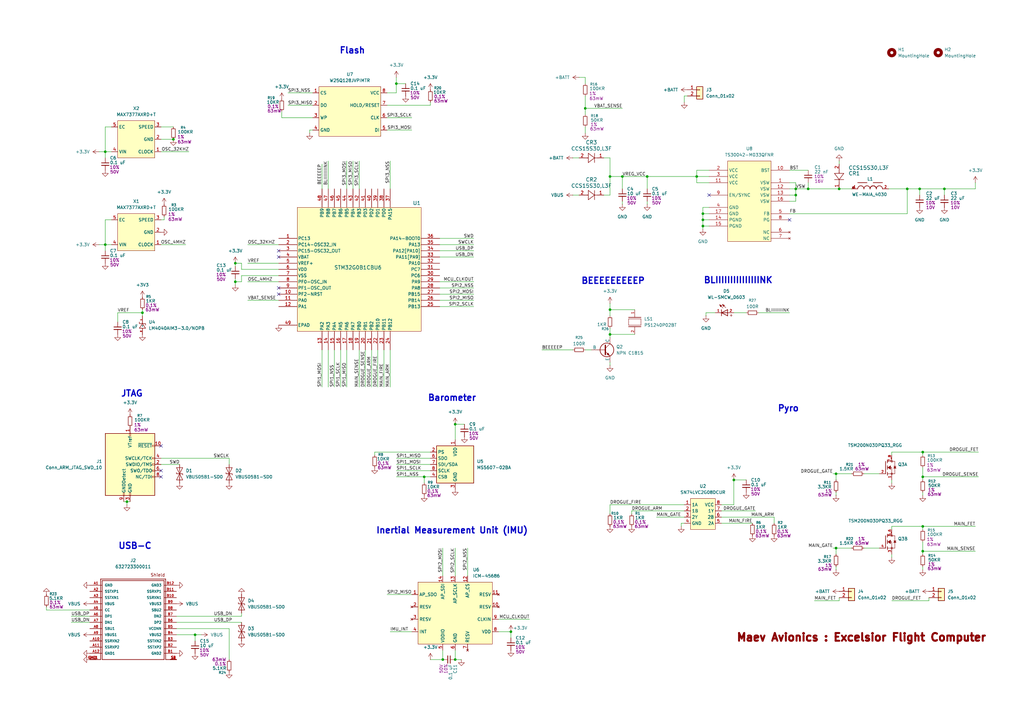
<source format=kicad_sch>
(kicad_sch
	(version 20250114)
	(generator "eeschema")
	(generator_version "9.0")
	(uuid "e4e2e9db-7ef5-472f-910b-3ad9ea2ade54")
	(paper "A3")
	(title_block
		(title "Excelsior")
	)
	
	(text "BLIIIIIIIIIIIIIIINK"
		(exclude_from_sim no)
		(at 302.768 115.062 0)
		(effects
			(font
				(size 2.54 2.54)
				(thickness 0.508)
				(bold yes)
			)
		)
		(uuid "1ce4501b-1d8c-404d-a0b9-946f289e2c9e")
	)
	(text "Barometer\n"
		(exclude_from_sim no)
		(at 185.42 163.322 0)
		(effects
			(font
				(size 2.54 2.54)
				(thickness 0.508)
				(bold yes)
			)
		)
		(uuid "1d3e8788-ab73-4d64-a8e8-2a3e1749e8b2")
	)
	(text "BEEEEEEEEEP"
		(exclude_from_sim no)
		(at 251.46 115.316 0)
		(effects
			(font
				(size 2.54 2.54)
				(thickness 0.508)
				(bold yes)
			)
		)
		(uuid "35a193da-39a5-4657-92fb-99ae278cc61a")
	)
	(text "Inertial Measurement Unit (IMU)"
		(exclude_from_sim no)
		(at 185.42 217.678 0)
		(effects
			(font
				(size 2.54 2.54)
				(thickness 0.508)
				(bold yes)
			)
		)
		(uuid "3b5a6195-8d1a-499c-8be2-a41316521794")
	)
	(text "Flash"
		(exclude_from_sim no)
		(at 144.526 20.828 0)
		(effects
			(font
				(size 2.54 2.54)
				(thickness 0.508)
				(bold yes)
			)
		)
		(uuid "41b6b56b-0e55-43f3-a3c6-6445fe49b6d4")
	)
	(text "JTAG"
		(exclude_from_sim no)
		(at 54.102 161.544 0)
		(effects
			(font
				(size 2.54 2.54)
				(thickness 0.508)
				(bold yes)
			)
		)
		(uuid "555ad168-201f-4877-8601-32bfaa0365f3")
	)
	(text "USB-C"
		(exclude_from_sim no)
		(at 55.372 224.028 0)
		(effects
			(font
				(size 2.54 2.54)
				(thickness 0.508)
				(bold yes)
			)
		)
		(uuid "9046f5ff-c029-4ae7-ad16-e5a4987a07c0")
	)
	(text "Pyro\n"
		(exclude_from_sim no)
		(at 323.342 167.64 0)
		(effects
			(font
				(size 2.54 2.54)
				(thickness 0.508)
				(bold yes)
			)
		)
		(uuid "943283eb-0764-4145-89f4-19f0e56d2a80")
	)
	(text "Maev Avionics : Excelsior Flight Computer"
		(exclude_from_sim no)
		(at 353.314 261.62 0)
		(effects
			(font
				(face "KiCad Font")
				(size 3.175 3.175)
				(thickness 1.016)
				(bold yes)
				(color 132 0 0 1)
			)
		)
		(uuid "d989091b-011f-45a9-9755-5eb793fc96fa")
	)
	(junction
		(at 288.29 90.17)
		(diameter 0)
		(color 0 0 0 0)
		(uuid "037282ce-ff36-41fe-be92-248aecf639c5")
	)
	(junction
		(at 285.75 72.39)
		(diameter 0)
		(color 0 0 0 0)
		(uuid "04463ee9-6676-410d-a703-590f17f03bb8")
	)
	(junction
		(at 265.43 72.39)
		(diameter 0)
		(color 0 0 0 0)
		(uuid "0c01d9bf-16d4-47b6-b2e5-41fd9ad3c845")
	)
	(junction
		(at 162.56 34.29)
		(diameter 0)
		(color 0 0 0 0)
		(uuid "0fc8333f-f43a-4a1b-9152-5eda5c557203")
	)
	(junction
		(at 240.03 44.45)
		(diameter 0)
		(color 0 0 0 0)
		(uuid "1e76e7e2-9079-4aed-baa8-5bcc132ac52e")
	)
	(junction
		(at 186.69 173.99)
		(diameter 0)
		(color 0 0 0 0)
		(uuid "32c48bf3-823b-40d4-bc22-bd6fe4d7c7a3")
	)
	(junction
		(at 186.69 270.51)
		(diameter 0)
		(color 0 0 0 0)
		(uuid "333fc33f-18cd-43dd-ba92-9baa28d0c1f8")
	)
	(junction
		(at 58.42 128.27)
		(diameter 0)
		(color 0 0 0 0)
		(uuid "376f9931-d875-49b1-90ef-649d4bf5e0c5")
	)
	(junction
		(at 255.27 72.39)
		(diameter 0)
		(color 0 0 0 0)
		(uuid "44483c44-8a9d-4b10-9441-4680003329b8")
	)
	(junction
		(at 43.18 62.23)
		(diameter 0)
		(color 0 0 0 0)
		(uuid "44938aa6-3f57-4547-a869-ce97ba93ac01")
	)
	(junction
		(at 288.29 87.63)
		(diameter 0)
		(color 0 0 0 0)
		(uuid "47e60a6c-2000-454f-b08b-ad40ce669167")
	)
	(junction
		(at 250.19 127)
		(diameter 0)
		(color 0 0 0 0)
		(uuid "50bccefc-3290-4d87-89d6-a8aeefa55850")
	)
	(junction
		(at 300.99 196.85)
		(diameter 0)
		(color 0 0 0 0)
		(uuid "515e036c-82f4-4dfd-8ebe-bb65c5aa9f41")
	)
	(junction
		(at 80.01 260.35)
		(diameter 0)
		(color 0 0 0 0)
		(uuid "5b050708-b882-42be-8163-9df299a67aa9")
	)
	(junction
		(at 250.19 137.16)
		(diameter 0)
		(color 0 0 0 0)
		(uuid "6fcb26c4-3123-4643-b7cf-a947a7d8f5b6")
	)
	(junction
		(at 344.17 77.47)
		(diameter 0)
		(color 0 0 0 0)
		(uuid "721e9d53-fc05-4610-afcc-1d2ba1d7639b")
	)
	(junction
		(at 96.52 107.95)
		(diameter 0)
		(color 0 0 0 0)
		(uuid "853c4b33-1b5b-40f2-bdb3-9f03ad382843")
	)
	(junction
		(at 377.19 77.47)
		(diameter 0)
		(color 0 0 0 0)
		(uuid "86cbac19-d6e4-4ad7-8609-2b41fefba82b")
	)
	(junction
		(at 209.55 259.08)
		(diameter 0)
		(color 0 0 0 0)
		(uuid "8d794002-7e15-4cc1-9cb8-a2c94ea5b939")
	)
	(junction
		(at 378.46 195.58)
		(diameter 0)
		(color 0 0 0 0)
		(uuid "99e3ec2b-fca4-49ce-955f-3d6c187025a7")
	)
	(junction
		(at 43.18 100.33)
		(diameter 0)
		(color 0 0 0 0)
		(uuid "9bae2cfc-b4a2-4b5b-9458-abd9322e9c34")
	)
	(junction
		(at 181.61 270.51)
		(diameter 0)
		(color 0 0 0 0)
		(uuid "9c85c740-ec33-40b7-bc74-d65588d35131")
	)
	(junction
		(at 96.52 115.57)
		(diameter 0)
		(color 0 0 0 0)
		(uuid "9d6fdd9f-c38e-4e53-9172-25e4b2d29d22")
	)
	(junction
		(at 288.29 92.71)
		(diameter 0)
		(color 0 0 0 0)
		(uuid "ad2ae8c9-bff3-4bdd-8746-65e3a0c791c4")
	)
	(junction
		(at 326.39 77.47)
		(diameter 0)
		(color 0 0 0 0)
		(uuid "bf3cca6a-859c-440d-a1c9-29ad4f0d800b")
	)
	(junction
		(at 378.46 185.42)
		(diameter 0)
		(color 0 0 0 0)
		(uuid "ca9cfa36-17e0-4fcc-b12f-48b24f848c5a")
	)
	(junction
		(at 378.46 226.06)
		(diameter 0)
		(color 0 0 0 0)
		(uuid "cc8d3d72-80fd-4399-8174-3917f1aeb592")
	)
	(junction
		(at 372.11 77.47)
		(diameter 0)
		(color 0 0 0 0)
		(uuid "ceccf62d-3a9c-4886-9e26-95df0639db06")
	)
	(junction
		(at 173.99 195.58)
		(diameter 0)
		(color 0 0 0 0)
		(uuid "cf86af8b-e101-4c3e-8eb0-98237f6c7675")
	)
	(junction
		(at 71.12 57.15)
		(diameter 0)
		(color 0 0 0 0)
		(uuid "d2dc7042-c43a-4c27-b1bb-7379e6837c37")
	)
	(junction
		(at 378.46 215.9)
		(diameter 0)
		(color 0 0 0 0)
		(uuid "db58755f-a3e1-4530-9f23-ed9eb6fe7190")
	)
	(junction
		(at 250.19 72.39)
		(diameter 0)
		(color 0 0 0 0)
		(uuid "e399735f-dc0d-4873-beb6-d45b426f9040")
	)
	(junction
		(at 52.07 205.74)
		(diameter 0)
		(color 0 0 0 0)
		(uuid "e4e865fd-3734-4649-be7b-e6f53688b404")
	)
	(junction
		(at 326.39 80.01)
		(diameter 0)
		(color 0 0 0 0)
		(uuid "edcecf83-cf73-400c-98c9-bde0cb63b2d6")
	)
	(junction
		(at 342.9 224.79)
		(diameter 0)
		(color 0 0 0 0)
		(uuid "f568a405-c4ba-45b7-a2c7-e72f4c7cd3a4")
	)
	(junction
		(at 342.9 194.31)
		(diameter 0)
		(color 0 0 0 0)
		(uuid "f88d1f9e-2057-4ea1-b730-f31e5aea08c4")
	)
	(junction
		(at 331.47 77.47)
		(diameter 0)
		(color 0 0 0 0)
		(uuid "fa9d3c23-fb33-4c31-a208-64e1ff36b4dc")
	)
	(junction
		(at 387.35 77.47)
		(diameter 0)
		(color 0 0 0 0)
		(uuid "fd4ce791-3c98-41bd-aaa7-ac20309baabe")
	)
	(no_connect
		(at 323.85 90.17)
		(uuid "11fb5329-83ee-4544-987d-debd05ae852a")
	)
	(no_connect
		(at 290.83 80.01)
		(uuid "44ef0f5c-4127-4061-b787-101725591a36")
	)
	(no_connect
		(at 66.04 182.88)
		(uuid "585454e4-491f-448f-9686-7423f1ab75c6")
	)
	(no_connect
		(at 114.3 118.11)
		(uuid "7d626b0c-3fbb-4fcc-a606-4d55ceff103a")
	)
	(no_connect
		(at 114.3 120.65)
		(uuid "84849aad-44d0-44d0-8895-16ed948ef146")
	)
	(no_connect
		(at 66.04 193.04)
		(uuid "93f17289-6fce-4798-8849-45c26b306404")
	)
	(no_connect
		(at 114.3 102.87)
		(uuid "c6f65620-a8be-492a-9f6d-cc922f5050af")
	)
	(no_connect
		(at 114.3 105.41)
		(uuid "da5073d9-1176-4c9b-a187-99de7483538e")
	)
	(no_connect
		(at 66.04 195.58)
		(uuid "fef6da3a-6605-4ef7-8cdc-1591c6077be8")
	)
	(wire
		(pts
			(xy 323.85 77.47) (xy 326.39 77.47)
		)
		(stroke
			(width 0)
			(type default)
		)
		(uuid "0185e650-d2b6-4e41-a450-b43988a6ec4e")
	)
	(wire
		(pts
			(xy 387.35 77.47) (xy 387.35 80.01)
		)
		(stroke
			(width 0)
			(type default)
		)
		(uuid "019caabe-2642-4680-977e-8816a5da753f")
	)
	(wire
		(pts
			(xy 378.46 185.42) (xy 401.32 185.42)
		)
		(stroke
			(width 0)
			(type default)
		)
		(uuid "01dd3bef-56f3-45e7-85ee-02d07237511b")
	)
	(wire
		(pts
			(xy 29.21 252.73) (xy 36.83 252.73)
		)
		(stroke
			(width 0)
			(type default)
		)
		(uuid "022788e6-b061-4a39-a207-6ed417fe5858")
	)
	(wire
		(pts
			(xy 400.05 74.93) (xy 400.05 77.47)
		)
		(stroke
			(width 0)
			(type default)
		)
		(uuid "040d6e49-c57b-4aea-9006-ae172020cf0b")
	)
	(wire
		(pts
			(xy 354.33 194.31) (xy 360.68 194.31)
		)
		(stroke
			(width 0)
			(type default)
		)
		(uuid "04232220-5730-41ed-a2e4-50544f8b1bf1")
	)
	(wire
		(pts
			(xy 377.19 77.47) (xy 377.19 80.01)
		)
		(stroke
			(width 0)
			(type default)
		)
		(uuid "042ae8f1-bd79-4caa-b144-df2562f5cd50")
	)
	(wire
		(pts
			(xy 80.01 260.35) (xy 72.39 260.35)
		)
		(stroke
			(width 0)
			(type default)
		)
		(uuid "066b4734-5e08-4403-8d97-ad5e898e1e19")
	)
	(wire
		(pts
			(xy 180.34 123.19) (xy 194.31 123.19)
		)
		(stroke
			(width 0)
			(type default)
		)
		(uuid "0735b4a1-18d8-42f8-8141-3449e9603d92")
	)
	(wire
		(pts
			(xy 331.47 77.47) (xy 344.17 77.47)
		)
		(stroke
			(width 0)
			(type default)
		)
		(uuid "073beac4-75ab-4516-99b7-9e58b70909e8")
	)
	(wire
		(pts
			(xy 342.9 201.93) (xy 342.9 203.2)
		)
		(stroke
			(width 0)
			(type default)
		)
		(uuid "076eb65e-c134-45ae-b33a-dfff7abef3dd")
	)
	(wire
		(pts
			(xy 255.27 72.39) (xy 250.19 72.39)
		)
		(stroke
			(width 0)
			(type default)
		)
		(uuid "0868d060-d38e-4216-b220-25b2b6e059de")
	)
	(wire
		(pts
			(xy 285.75 74.93) (xy 285.75 72.39)
		)
		(stroke
			(width 0)
			(type default)
		)
		(uuid "0967e140-1c8b-4a9c-9d7f-6e593c88a8a1")
	)
	(wire
		(pts
			(xy 186.69 173.99) (xy 186.69 180.34)
		)
		(stroke
			(width 0)
			(type default)
		)
		(uuid "0a0fb099-5ae8-4b3d-b5a8-2813c27c9475")
	)
	(wire
		(pts
			(xy 114.3 110.49) (xy 99.06 110.49)
		)
		(stroke
			(width 0)
			(type default)
		)
		(uuid "0a703c97-1646-4eba-81d7-af4e2871baad")
	)
	(wire
		(pts
			(xy 365.76 215.9) (xy 378.46 215.9)
		)
		(stroke
			(width 0)
			(type default)
		)
		(uuid "0c326b74-8b00-48f7-ad9f-12367dbacb1f")
	)
	(wire
		(pts
			(xy 118.11 38.1) (xy 128.27 38.1)
		)
		(stroke
			(width 0)
			(type default)
		)
		(uuid "0d775ae1-1b56-4694-8a4d-ac3d692cb534")
	)
	(wire
		(pts
			(xy 209.55 259.08) (xy 209.55 261.62)
		)
		(stroke
			(width 0)
			(type default)
		)
		(uuid "0f44f495-bd6f-47ce-a4cf-c6e484184b13")
	)
	(wire
		(pts
			(xy 72.39 257.81) (xy 93.98 257.81)
		)
		(stroke
			(width 0)
			(type default)
		)
		(uuid "0f5dfa7d-c0d6-4756-a73a-f5bb19683c32")
	)
	(wire
		(pts
			(xy 222.25 143.51) (xy 234.95 143.51)
		)
		(stroke
			(width 0)
			(type default)
		)
		(uuid "0f6e6841-148e-4c63-a98e-fecd20573ea0")
	)
	(wire
		(pts
			(xy 293.37 128.27) (xy 289.56 128.27)
		)
		(stroke
			(width 0)
			(type default)
		)
		(uuid "0f731131-8d27-4980-98ad-35b2fab721c8")
	)
	(wire
		(pts
			(xy 96.52 116.84) (xy 96.52 115.57)
		)
		(stroke
			(width 0)
			(type default)
		)
		(uuid "0fed33ae-8f45-465f-9ed0-3086f5551c4e")
	)
	(wire
		(pts
			(xy 365.76 185.42) (xy 378.46 185.42)
		)
		(stroke
			(width 0)
			(type default)
		)
		(uuid "10f28769-7e78-4fff-9d41-6199b8b8f214")
	)
	(wire
		(pts
			(xy 72.39 255.27) (xy 99.06 255.27)
		)
		(stroke
			(width 0)
			(type default)
		)
		(uuid "113d171e-26ed-4aac-9796-c791a8671993")
	)
	(wire
		(pts
			(xy 259.08 209.55) (xy 259.08 210.82)
		)
		(stroke
			(width 0)
			(type default)
		)
		(uuid "11478e58-00de-4cca-b4bb-abdc89dc2098")
	)
	(wire
		(pts
			(xy 323.85 87.63) (xy 372.11 87.63)
		)
		(stroke
			(width 0)
			(type default)
		)
		(uuid "128b291b-7f09-4764-b6ff-08a2f9721835")
	)
	(wire
		(pts
			(xy 96.52 107.95) (xy 96.52 109.22)
		)
		(stroke
			(width 0)
			(type default)
		)
		(uuid "15535844-e10b-4b51-a2b1-788d3b2555f0")
	)
	(wire
		(pts
			(xy 354.33 224.79) (xy 360.68 224.79)
		)
		(stroke
			(width 0)
			(type default)
		)
		(uuid "155a4fa0-5c01-4eb1-9820-c298f040fd7c")
	)
	(wire
		(pts
			(xy 115.57 48.26) (xy 115.57 45.72)
		)
		(stroke
			(width 0)
			(type default)
		)
		(uuid "1871b8d0-e0fc-4936-ad36-df540723723f")
	)
	(wire
		(pts
			(xy 66.04 100.33) (xy 76.2 100.33)
		)
		(stroke
			(width 0)
			(type default)
		)
		(uuid "1981af6e-ab77-4d3f-a6b9-7af391c46999")
	)
	(wire
		(pts
			(xy 288.29 87.63) (xy 288.29 90.17)
		)
		(stroke
			(width 0)
			(type default)
		)
		(uuid "1d3d5d15-c5b6-45fd-86d8-df62b85a2be4")
	)
	(wire
		(pts
			(xy 265.43 82.55) (xy 265.43 83.82)
		)
		(stroke
			(width 0)
			(type default)
		)
		(uuid "1d8e5735-173d-4f0b-926d-d80c81f115ee")
	)
	(wire
		(pts
			(xy 180.34 97.79) (xy 194.31 97.79)
		)
		(stroke
			(width 0)
			(type default)
		)
		(uuid "1e8c6f5b-9737-4898-96ce-b862d8b26f08")
	)
	(wire
		(pts
			(xy 162.56 34.29) (xy 166.37 34.29)
		)
		(stroke
			(width 0)
			(type default)
		)
		(uuid "1f0d2971-fb3f-4adf-9f43-e6d923b8dd04")
	)
	(wire
		(pts
			(xy 127 53.34) (xy 127 54.61)
		)
		(stroke
			(width 0)
			(type default)
		)
		(uuid "1f42478f-e97e-4f59-842a-7399ed04a669")
	)
	(wire
		(pts
			(xy 364.49 77.47) (xy 372.11 77.47)
		)
		(stroke
			(width 0)
			(type default)
		)
		(uuid "2003e0e9-dbb6-42ba-b3b7-7d976eabd23f")
	)
	(wire
		(pts
			(xy 378.46 215.9) (xy 400.05 215.9)
		)
		(stroke
			(width 0)
			(type default)
		)
		(uuid "2098a06c-e318-4da5-aa06-585516a58065")
	)
	(wire
		(pts
			(xy 48.26 132.08) (xy 48.26 128.27)
		)
		(stroke
			(width 0)
			(type default)
		)
		(uuid "22ce9a31-b439-48c3-89a8-4eb29827863c")
	)
	(wire
		(pts
			(xy 180.34 118.11) (xy 194.31 118.11)
		)
		(stroke
			(width 0)
			(type default)
		)
		(uuid "23365a5a-8c4c-44cd-8b06-22dbc552ad43")
	)
	(wire
		(pts
			(xy 250.19 64.77) (xy 250.19 72.39)
		)
		(stroke
			(width 0)
			(type default)
		)
		(uuid "23ed0afc-6017-4866-839c-9b962e338ca6")
	)
	(wire
		(pts
			(xy 285.75 72.39) (xy 290.83 72.39)
		)
		(stroke
			(width 0)
			(type default)
		)
		(uuid "2474c84f-b7eb-47ec-b585-9cccdb585584")
	)
	(wire
		(pts
			(xy 240.03 44.45) (xy 255.27 44.45)
		)
		(stroke
			(width 0)
			(type default)
		)
		(uuid "26ae3d2e-be28-4b0c-b0f3-e9fae15ad993")
	)
	(wire
		(pts
			(xy 378.46 191.77) (xy 378.46 195.58)
		)
		(stroke
			(width 0)
			(type default)
		)
		(uuid "2810e97d-a87c-4a6b-a3da-a9baec5dd3f6")
	)
	(wire
		(pts
			(xy 240.03 46.99) (xy 240.03 44.45)
		)
		(stroke
			(width 0)
			(type default)
		)
		(uuid "2abf19db-3044-4833-ac93-da84c5053f53")
	)
	(wire
		(pts
			(xy 378.46 222.25) (xy 378.46 226.06)
		)
		(stroke
			(width 0)
			(type default)
		)
		(uuid "2b1ed73e-05a4-4823-ae8c-41bf3e461f44")
	)
	(wire
		(pts
			(xy 378.46 201.93) (xy 378.46 203.2)
		)
		(stroke
			(width 0)
			(type default)
		)
		(uuid "2c635a6b-23ba-4ac0-9227-ff0eadc4acd8")
	)
	(wire
		(pts
			(xy 269.24 212.09) (xy 280.67 212.09)
		)
		(stroke
			(width 0)
			(type default)
		)
		(uuid "2ce7b7ac-6a99-4620-82cf-96cd4dd6455c")
	)
	(wire
		(pts
			(xy 43.18 100.33) (xy 43.18 102.87)
		)
		(stroke
			(width 0)
			(type default)
		)
		(uuid "2d23d474-39d0-46e0-9248-f51ada19413f")
	)
	(wire
		(pts
			(xy 160.02 259.08) (xy 168.91 259.08)
		)
		(stroke
			(width 0)
			(type default)
		)
		(uuid "2d7ae923-1862-4d26-ac38-b053f4aba396")
	)
	(wire
		(pts
			(xy 295.91 214.63) (xy 308.61 214.63)
		)
		(stroke
			(width 0)
			(type default)
		)
		(uuid "32d02d11-9f20-4267-919f-865c8787b732")
	)
	(wire
		(pts
			(xy 288.29 90.17) (xy 288.29 92.71)
		)
		(stroke
			(width 0)
			(type default)
		)
		(uuid "36d789d6-5ed2-47e0-b0b0-babafa918eb4")
	)
	(wire
		(pts
			(xy 295.91 212.09) (xy 317.5 212.09)
		)
		(stroke
			(width 0)
			(type default)
		)
		(uuid "38c1cbb9-8cea-4894-a980-a9020d3fc545")
	)
	(wire
		(pts
			(xy 58.42 127) (xy 58.42 128.27)
		)
		(stroke
			(width 0)
			(type default)
		)
		(uuid "39e4d41b-6017-47e4-a691-8e5baab88457")
	)
	(wire
		(pts
			(xy 134.62 66.04) (xy 134.62 77.47)
		)
		(stroke
			(width 0)
			(type default)
		)
		(uuid "3b9b39ba-6b0a-47d4-8fda-53b737d3fa9d")
	)
	(wire
		(pts
			(xy 250.19 149.86) (xy 250.19 148.59)
		)
		(stroke
			(width 0)
			(type default)
		)
		(uuid "3be88956-3f82-445b-9673-081e925cb0d3")
	)
	(wire
		(pts
			(xy 190.5 173.99) (xy 186.69 173.99)
		)
		(stroke
			(width 0)
			(type default)
		)
		(uuid "3d9fc996-a22f-4a43-9188-8271fa1513f5")
	)
	(wire
		(pts
			(xy 326.39 74.93) (xy 326.39 77.47)
		)
		(stroke
			(width 0)
			(type default)
		)
		(uuid "3e6f8ccc-502a-4b95-8f3a-bb1a31f364c6")
	)
	(wire
		(pts
			(xy 45.72 100.33) (xy 43.18 100.33)
		)
		(stroke
			(width 0)
			(type default)
		)
		(uuid "3ef61038-2628-4c94-8cca-c21e24974a53")
	)
	(wire
		(pts
			(xy 342.9 232.41) (xy 342.9 233.68)
		)
		(stroke
			(width 0)
			(type default)
		)
		(uuid "3f4f1209-b8f0-4bdc-ad26-3d316d2c69b5")
	)
	(wire
		(pts
			(xy 317.5 212.09) (xy 317.5 214.63)
		)
		(stroke
			(width 0)
			(type default)
		)
		(uuid "4079c253-9f36-46da-bd16-9c115cdd53fe")
	)
	(wire
		(pts
			(xy 378.46 215.9) (xy 378.46 217.17)
		)
		(stroke
			(width 0)
			(type default)
		)
		(uuid "4143b74e-cf63-4984-a5ef-7f0123c85d6d")
	)
	(wire
		(pts
			(xy 255.27 82.55) (xy 255.27 83.82)
		)
		(stroke
			(width 0)
			(type default)
		)
		(uuid "422d95ec-af64-4d25-8703-90047f0a92d5")
	)
	(wire
		(pts
			(xy 158.75 53.34) (xy 168.91 53.34)
		)
		(stroke
			(width 0)
			(type default)
		)
		(uuid "42f1d6d4-ce20-4a32-9498-b24893586237")
	)
	(wire
		(pts
			(xy 288.29 85.09) (xy 288.29 87.63)
		)
		(stroke
			(width 0)
			(type default)
		)
		(uuid "430769da-bacd-472a-bde9-59fadb1484e7")
	)
	(wire
		(pts
			(xy 52.07 207.01) (xy 52.07 205.74)
		)
		(stroke
			(width 0)
			(type default)
		)
		(uuid "45619938-98c9-489f-8c2f-9edc49295004")
	)
	(wire
		(pts
			(xy 285.75 69.85) (xy 285.75 72.39)
		)
		(stroke
			(width 0)
			(type default)
		)
		(uuid "461ddfa1-cc0b-45c7-b25c-b39aad6c1aac")
	)
	(wire
		(pts
			(xy 144.78 66.04) (xy 144.78 77.47)
		)
		(stroke
			(width 0)
			(type default)
		)
		(uuid "46e3304d-0d8a-40d5-a806-85057d241f86")
	)
	(wire
		(pts
			(xy 279.4 214.63) (xy 279.4 215.9)
		)
		(stroke
			(width 0)
			(type default)
		)
		(uuid "47f0d03f-07f9-4e4b-a032-293f97b3d185")
	)
	(wire
		(pts
			(xy 300.99 128.27) (xy 306.07 128.27)
		)
		(stroke
			(width 0)
			(type default)
		)
		(uuid "48e576a6-6c97-48f3-86bc-dedc233268e4")
	)
	(wire
		(pts
			(xy 250.19 127) (xy 260.35 127)
		)
		(stroke
			(width 0)
			(type default)
		)
		(uuid "49345d1b-fc80-4a11-aa62-eb507025bb7d")
	)
	(wire
		(pts
			(xy 234.95 64.77) (xy 237.49 64.77)
		)
		(stroke
			(width 0)
			(type default)
		)
		(uuid "4b0da2bf-4386-458f-bed5-807148535b19")
	)
	(wire
		(pts
			(xy 99.06 107.95) (xy 96.52 107.95)
		)
		(stroke
			(width 0)
			(type default)
		)
		(uuid "4ba5f6b6-e0a4-4cf1-8634-aeccfdf20a1e")
	)
	(wire
		(pts
			(xy 118.11 43.18) (xy 128.27 43.18)
		)
		(stroke
			(width 0)
			(type default)
		)
		(uuid "4cde18a2-3f54-4b72-b62e-6e10b429ac73")
	)
	(wire
		(pts
			(xy 259.08 209.55) (xy 280.67 209.55)
		)
		(stroke
			(width 0)
			(type default)
		)
		(uuid "4cf964e3-7443-4974-b370-bcc794761fe6")
	)
	(wire
		(pts
			(xy 66.04 57.15) (xy 71.12 57.15)
		)
		(stroke
			(width 0)
			(type default)
		)
		(uuid "4f3b2690-fd9f-4ef5-807f-afd9be480395")
	)
	(wire
		(pts
			(xy 247.65 64.77) (xy 250.19 64.77)
		)
		(stroke
			(width 0)
			(type default)
		)
		(uuid "50a391a2-1e49-4233-a746-8d960581b34f")
	)
	(wire
		(pts
			(xy 250.19 137.16) (xy 260.35 137.16)
		)
		(stroke
			(width 0)
			(type default)
		)
		(uuid "50d973ec-4845-4535-8dfe-80768139bce9")
	)
	(wire
		(pts
			(xy 342.9 194.31) (xy 349.25 194.31)
		)
		(stroke
			(width 0)
			(type default)
		)
		(uuid "5271b20f-073f-4a76-9eaa-b1496ba5d86b")
	)
	(wire
		(pts
			(xy 101.6 107.95) (xy 114.3 107.95)
		)
		(stroke
			(width 0)
			(type default)
		)
		(uuid "52786874-2523-4aa7-bf96-905a1f007829")
	)
	(wire
		(pts
			(xy 19.05 248.92) (xy 19.05 250.19)
		)
		(stroke
			(width 0)
			(type default)
		)
		(uuid "537021da-a46e-4588-b41a-9074cac08bb1")
	)
	(wire
		(pts
			(xy 204.47 259.08) (xy 209.55 259.08)
		)
		(stroke
			(width 0)
			(type default)
		)
		(uuid "5477d5aa-00cd-4b94-abc3-450037c8a197")
	)
	(wire
		(pts
			(xy 181.61 224.79) (xy 181.61 236.22)
		)
		(stroke
			(width 0)
			(type default)
		)
		(uuid "5d5433b7-1fd3-4471-a7d5-96b74583f3fe")
	)
	(wire
		(pts
			(xy 341.63 194.31) (xy 342.9 194.31)
		)
		(stroke
			(width 0)
			(type default)
		)
		(uuid "5d75e487-de5b-48f8-8ad8-c9a2db2b5293")
	)
	(wire
		(pts
			(xy 72.39 252.73) (xy 99.06 252.73)
		)
		(stroke
			(width 0)
			(type default)
		)
		(uuid "5e33bdd1-373d-4d18-ba5a-1a42ebc96978")
	)
	(wire
		(pts
			(xy 365.76 227.33) (xy 365.76 228.6)
		)
		(stroke
			(width 0)
			(type default)
		)
		(uuid "5e845e2d-b1cb-497a-b71e-0ebc387a8491")
	)
	(wire
		(pts
			(xy 67.31 88.9) (xy 67.31 90.17)
		)
		(stroke
			(width 0)
			(type default)
		)
		(uuid "5fb58fa2-43c2-453b-84e3-e61b541e7aed")
	)
	(wire
		(pts
			(xy 237.49 31.75) (xy 240.03 31.75)
		)
		(stroke
			(width 0)
			(type default)
		)
		(uuid "5fc8d604-18db-4227-b4ea-9e9632049d09")
	)
	(wire
		(pts
			(xy 290.83 74.93) (xy 285.75 74.93)
		)
		(stroke
			(width 0)
			(type default)
		)
		(uuid "5fe038b4-9644-4149-8d3c-0e34cf48f282")
	)
	(wire
		(pts
			(xy 378.46 226.06) (xy 400.05 226.06)
		)
		(stroke
			(width 0)
			(type default)
		)
		(uuid "60443215-b08f-401a-8cfc-25cb42510f2f")
	)
	(wire
		(pts
			(xy 280.67 39.37) (xy 280.67 41.91)
		)
		(stroke
			(width 0)
			(type default)
		)
		(uuid "607c2e10-48c4-425c-9017-7a6d5fb2400a")
	)
	(wire
		(pts
			(xy 295.91 209.55) (xy 309.88 209.55)
		)
		(stroke
			(width 0)
			(type default)
		)
		(uuid "61c72c9a-329a-4515-9fd2-333d526718da")
	)
	(wire
		(pts
			(xy 162.56 195.58) (xy 173.99 195.58)
		)
		(stroke
			(width 0)
			(type default)
		)
		(uuid "628f88d0-61a2-4db5-a96c-dd64809177fd")
	)
	(wire
		(pts
			(xy 162.56 187.96) (xy 176.53 187.96)
		)
		(stroke
			(width 0)
			(type default)
		)
		(uuid "62d19a16-9a82-4dd3-8c4b-f87ad544d867")
	)
	(wire
		(pts
			(xy 160.02 66.04) (xy 160.02 77.47)
		)
		(stroke
			(width 0)
			(type default)
		)
		(uuid "63a1905c-80b5-4a33-b6c7-5139318e3d46")
	)
	(wire
		(pts
			(xy 66.04 187.96) (xy 93.98 187.96)
		)
		(stroke
			(width 0)
			(type default)
		)
		(uuid "640dcacb-9c2f-4434-8998-18c4f1df80fd")
	)
	(wire
		(pts
			(xy 342.9 224.79) (xy 349.25 224.79)
		)
		(stroke
			(width 0)
			(type default)
		)
		(uuid "6546afe4-52b2-497f-b3f1-efe8beee9e6d")
	)
	(wire
		(pts
			(xy 93.98 187.96) (xy 93.98 190.5)
		)
		(stroke
			(width 0)
			(type default)
		)
		(uuid "678c637c-4c66-420b-8574-85b393e16da2")
	)
	(wire
		(pts
			(xy 153.67 185.42) (xy 153.67 186.69)
		)
		(stroke
			(width 0)
			(type default)
		)
		(uuid "67b17435-155e-413a-a5f0-bf32764b6220")
	)
	(wire
		(pts
			(xy 160.02 143.51) (xy 160.02 158.75)
		)
		(stroke
			(width 0)
			(type default)
		)
		(uuid "680e470d-fec8-4501-8285-3a95aa0a0afe")
	)
	(wire
		(pts
			(xy 128.27 48.26) (xy 115.57 48.26)
		)
		(stroke
			(width 0)
			(type default)
		)
		(uuid "687836ed-a564-4da2-b436-34d0d24babbc")
	)
	(wire
		(pts
			(xy 137.16 143.51) (xy 137.16 158.75)
		)
		(stroke
			(width 0)
			(type default)
		)
		(uuid "6892b575-b923-4864-8425-813799965e36")
	)
	(wire
		(pts
			(xy 162.56 193.04) (xy 176.53 193.04)
		)
		(stroke
			(width 0)
			(type default)
		)
		(uuid "6ae7e988-8454-458b-8f21-7da319c74a11")
	)
	(wire
		(pts
			(xy 180.34 120.65) (xy 194.31 120.65)
		)
		(stroke
			(width 0)
			(type default)
		)
		(uuid "6e3054ca-9639-48af-a34d-8b02c261e420")
	)
	(wire
		(pts
			(xy 180.34 115.57) (xy 194.31 115.57)
		)
		(stroke
			(width 0)
			(type default)
		)
		(uuid "6ffbd1c0-a049-4c0f-a4b5-3dc25d74cbd3")
	)
	(wire
		(pts
			(xy 40.64 62.23) (xy 43.18 62.23)
		)
		(stroke
			(width 0)
			(type default)
		)
		(uuid "700cfd8b-ee5c-4aae-a9ee-9cf96146fbd3")
	)
	(wire
		(pts
			(xy 189.23 270.51) (xy 186.69 270.51)
		)
		(stroke
			(width 0)
			(type default)
		)
		(uuid "70e582d5-40ec-467b-a237-d3b0cdb64849")
	)
	(wire
		(pts
			(xy 250.19 210.82) (xy 250.19 207.01)
		)
		(stroke
			(width 0)
			(type default)
		)
		(uuid "73c7d8e9-8fc4-49e3-8877-a01701563092")
	)
	(wire
		(pts
			(xy 377.19 77.47) (xy 387.35 77.47)
		)
		(stroke
			(width 0)
			(type default)
		)
		(uuid "75d026d4-fa32-4337-98d7-34263d34ef20")
	)
	(wire
		(pts
			(xy 153.67 185.42) (xy 176.53 185.42)
		)
		(stroke
			(width 0)
			(type default)
		)
		(uuid "75ee5d7d-73b3-43ab-82e0-f0b2569c9fa1")
	)
	(wire
		(pts
			(xy 180.34 125.73) (xy 194.31 125.73)
		)
		(stroke
			(width 0)
			(type default)
		)
		(uuid "778fe503-3f39-44c7-85c1-4cc06a3c678c")
	)
	(wire
		(pts
			(xy 255.27 72.39) (xy 255.27 77.47)
		)
		(stroke
			(width 0)
			(type default)
		)
		(uuid "781c3a4b-4b0a-43c0-9224-c427d04f6b8d")
	)
	(wire
		(pts
			(xy 288.29 90.17) (xy 290.83 90.17)
		)
		(stroke
			(width 0)
			(type default)
		)
		(uuid "798b0b57-76cc-4a98-a08b-883d4fffc40b")
	)
	(wire
		(pts
			(xy 80.01 260.35) (xy 80.01 262.89)
		)
		(stroke
			(width 0)
			(type default)
		)
		(uuid "79cac6ff-8126-4c86-b4c5-ab7807478095")
	)
	(wire
		(pts
			(xy 157.48 143.51) (xy 157.48 158.75)
		)
		(stroke
			(width 0)
			(type default)
		)
		(uuid "7c441fbe-70b0-45da-a796-ff4cef46d2c9")
	)
	(wire
		(pts
			(xy 40.64 100.33) (xy 43.18 100.33)
		)
		(stroke
			(width 0)
			(type default)
		)
		(uuid "7cbb1c3f-5491-4ce2-9458-304d1d1fdec5")
	)
	(wire
		(pts
			(xy 344.17 66.04) (xy 344.17 67.31)
		)
		(stroke
			(width 0)
			(type default)
		)
		(uuid "7d3b979b-9507-4e39-ab3f-be4f5b30b99b")
	)
	(wire
		(pts
			(xy 50.8 205.74) (xy 52.07 205.74)
		)
		(stroke
			(width 0)
			(type default)
		)
		(uuid "8151c381-28ef-49b1-bded-27d52bdbf8d9")
	)
	(wire
		(pts
			(xy 323.85 80.01) (xy 326.39 80.01)
		)
		(stroke
			(width 0)
			(type default)
		)
		(uuid "83637850-0249-4da5-9774-d7a53081537a")
	)
	(wire
		(pts
			(xy 288.29 92.71) (xy 290.83 92.71)
		)
		(stroke
			(width 0)
			(type default)
		)
		(uuid "84263585-bdf7-426f-b0e8-8ce4afe0e5d5")
	)
	(wire
		(pts
			(xy 186.69 224.79) (xy 186.69 236.22)
		)
		(stroke
			(width 0)
			(type default)
		)
		(uuid "84386ffa-7202-4968-8edf-07e473cef6b4")
	)
	(wire
		(pts
			(xy 43.18 62.23) (xy 43.18 64.77)
		)
		(stroke
			(width 0)
			(type default)
		)
		(uuid "846df679-3e13-4727-991e-ed28060eacef")
	)
	(wire
		(pts
			(xy 66.04 52.07) (xy 71.12 52.07)
		)
		(stroke
			(width 0)
			(type default)
		)
		(uuid "86da2b72-d88f-4e92-a375-68217dc859e0")
	)
	(wire
		(pts
			(xy 43.18 52.07) (xy 43.18 62.23)
		)
		(stroke
			(width 0)
			(type default)
		)
		(uuid "8847b807-5b6c-4991-894d-a0f9e7ec10f3")
	)
	(wire
		(pts
			(xy 265.43 72.39) (xy 255.27 72.39)
		)
		(stroke
			(width 0)
			(type default)
		)
		(uuid "8a91de11-c73d-4225-b2e3-4f2ca9544640")
	)
	(wire
		(pts
			(xy 365.76 217.17) (xy 365.76 215.9)
		)
		(stroke
			(width 0)
			(type default)
		)
		(uuid "8aa1ca28-4ff4-406e-b062-a9292958f771")
	)
	(wire
		(pts
			(xy 181.61 266.7) (xy 181.61 270.51)
		)
		(stroke
			(width 0)
			(type default)
		)
		(uuid "8b29402c-8f44-4c7f-9a97-be83820d0d6d")
	)
	(wire
		(pts
			(xy 288.29 92.71) (xy 288.29 93.98)
		)
		(stroke
			(width 0)
			(type default)
		)
		(uuid "8b4621a2-0218-4b74-8934-d824949dd400")
	)
	(wire
		(pts
			(xy 176.53 270.51) (xy 181.61 270.51)
		)
		(stroke
			(width 0)
			(type default)
		)
		(uuid "8bf3f697-67c1-4320-8e44-b0730eb77e1a")
	)
	(wire
		(pts
			(xy 288.29 87.63) (xy 290.83 87.63)
		)
		(stroke
			(width 0)
			(type default)
		)
		(uuid "8cf41f70-3d82-469f-bca8-5e52e112d1cb")
	)
	(wire
		(pts
			(xy 149.86 143.51) (xy 149.86 158.75)
		)
		(stroke
			(width 0)
			(type default)
		)
		(uuid "8dd2a90d-957b-426c-8a46-8a3e69d6032b")
	)
	(wire
		(pts
			(xy 180.34 102.87) (xy 194.31 102.87)
		)
		(stroke
			(width 0)
			(type default)
		)
		(uuid "8e51fb5f-de86-4769-915d-77e13264807e")
	)
	(wire
		(pts
			(xy 344.17 77.47) (xy 349.25 77.47)
		)
		(stroke
			(width 0)
			(type default)
		)
		(uuid "8e761c6a-280c-4766-8b20-0b31e8056b42")
	)
	(wire
		(pts
			(xy 250.19 207.01) (xy 280.67 207.01)
		)
		(stroke
			(width 0)
			(type default)
		)
		(uuid "8e78a0b9-eeee-434b-b07c-3f8f1e0923db")
	)
	(wire
		(pts
			(xy 173.99 195.58) (xy 173.99 198.12)
		)
		(stroke
			(width 0)
			(type default)
		)
		(uuid "8e9f605d-48c9-4fd1-8a4d-49d541ccb97a")
	)
	(wire
		(pts
			(xy 147.32 143.51) (xy 147.32 158.75)
		)
		(stroke
			(width 0)
			(type default)
		)
		(uuid "8f91f57a-9c5c-4085-b632-e0313471f198")
	)
	(wire
		(pts
			(xy 240.03 54.61) (xy 240.03 52.07)
		)
		(stroke
			(width 0)
			(type default)
		)
		(uuid "8fc3795e-1a3a-453f-8318-52f2a87b6ad9")
	)
	(wire
		(pts
			(xy 186.69 266.7) (xy 186.69 270.51)
		)
		(stroke
			(width 0)
			(type default)
		)
		(uuid "91fe79c0-2592-4c90-9009-fb47f13ec97f")
	)
	(wire
		(pts
			(xy 326.39 80.01) (xy 326.39 82.55)
		)
		(stroke
			(width 0)
			(type default)
		)
		(uuid "921bde27-635a-4428-b316-3e8b6997ee1f")
	)
	(wire
		(pts
			(xy 132.08 143.51) (xy 132.08 158.75)
		)
		(stroke
			(width 0)
			(type default)
		)
		(uuid "93baf7e9-4091-46c2-90b0-af0a69abb3db")
	)
	(wire
		(pts
			(xy 240.03 143.51) (xy 242.57 143.51)
		)
		(stroke
			(width 0)
			(type default)
		)
		(uuid "95f12276-5d2f-466d-a2fb-23b52502a7ee")
	)
	(wire
		(pts
			(xy 101.6 123.19) (xy 114.3 123.19)
		)
		(stroke
			(width 0)
			(type default)
		)
		(uuid "969c6131-034d-4244-a6ca-c79dd5d8cc55")
	)
	(wire
		(pts
			(xy 29.21 255.27) (xy 36.83 255.27)
		)
		(stroke
			(width 0)
			(type default)
		)
		(uuid "96fcb967-6d18-4ba7-a72a-10088d3b6007")
	)
	(wire
		(pts
			(xy 139.7 143.51) (xy 139.7 158.75)
		)
		(stroke
			(width 0)
			(type default)
		)
		(uuid "9764c10e-7729-4f96-b0c3-85821e14c2d1")
	)
	(wire
		(pts
			(xy 154.94 143.51) (xy 154.94 158.75)
		)
		(stroke
			(width 0)
			(type default)
		)
		(uuid "985b3bfb-fcf3-491c-af51-bb5b75a4342f")
	)
	(wire
		(pts
			(xy 265.43 72.39) (xy 285.75 72.39)
		)
		(stroke
			(width 0)
			(type default)
		)
		(uuid "9aeaf0e8-a259-4997-b5c7-f82ef085b858")
	)
	(wire
		(pts
			(xy 365.76 186.69) (xy 365.76 185.42)
		)
		(stroke
			(width 0)
			(type default)
		)
		(uuid "9c1d1dd6-ea97-456a-915e-339bcff52f9c")
	)
	(wire
		(pts
			(xy 43.18 90.17) (xy 43.18 100.33)
		)
		(stroke
			(width 0)
			(type default)
		)
		(uuid "9c27dc0e-d5eb-4923-a93d-524ec0f7ca92")
	)
	(wire
		(pts
			(xy 52.07 205.74) (xy 53.34 205.74)
		)
		(stroke
			(width 0)
			(type default)
		)
		(uuid "9dcc9cc3-afbb-4dfd-b89b-5d5d53297c2a")
	)
	(wire
		(pts
			(xy 58.42 128.27) (xy 58.42 129.54)
		)
		(stroke
			(width 0)
			(type default)
		)
		(uuid "a00fe365-3e9a-4868-a1a3-39769364c9ee")
	)
	(wire
		(pts
			(xy 378.46 195.58) (xy 378.46 196.85)
		)
		(stroke
			(width 0)
			(type default)
		)
		(uuid "a014b1c7-0a47-417f-80ca-73c4c44cb649")
	)
	(wire
		(pts
			(xy 378.46 185.42) (xy 378.46 186.69)
		)
		(stroke
			(width 0)
			(type default)
		)
		(uuid "a1316720-6382-43b5-8f6d-d09b04f9b766")
	)
	(wire
		(pts
			(xy 48.26 128.27) (xy 58.42 128.27)
		)
		(stroke
			(width 0)
			(type default)
		)
		(uuid "a13982b0-1135-4456-98c9-90258fd722b0")
	)
	(wire
		(pts
			(xy 204.47 254) (xy 217.17 254)
		)
		(stroke
			(width 0)
			(type default)
		)
		(uuid "a22e8bd4-8fa6-4b59-afb7-2907ca6e692f")
	)
	(wire
		(pts
			(xy 101.6 115.57) (xy 114.3 115.57)
		)
		(stroke
			(width 0)
			(type default)
		)
		(uuid "a4b95647-0685-490e-996e-7d35d2228b4a")
	)
	(wire
		(pts
			(xy 134.62 158.75) (xy 134.62 143.51)
		)
		(stroke
			(width 0)
			(type default)
		)
		(uuid "a4fb0307-cf68-4af3-aac1-85ac6b73d140")
	)
	(wire
		(pts
			(xy 128.27 53.34) (xy 127 53.34)
		)
		(stroke
			(width 0)
			(type default)
		)
		(uuid "a5891126-8e6d-4c8e-bc02-edc37ec9be61")
	)
	(wire
		(pts
			(xy 93.98 257.81) (xy 93.98 270.51)
		)
		(stroke
			(width 0)
			(type default)
		)
		(uuid "a70b3155-b1eb-494f-9c80-53373d885184")
	)
	(wire
		(pts
			(xy 99.06 251.46) (xy 99.06 252.73)
		)
		(stroke
			(width 0)
			(type default)
		)
		(uuid "a93490a9-3499-42dd-8dcd-3f465dd64c3f")
	)
	(wire
		(pts
			(xy 326.39 77.47) (xy 326.39 80.01)
		)
		(stroke
			(width 0)
			(type default)
		)
		(uuid "a9ca3161-7105-4df3-b929-1883987c000f")
	)
	(wire
		(pts
			(xy 365.76 246.38) (xy 381 246.38)
		)
		(stroke
			(width 0)
			(type default)
		)
		(uuid "a9d11c68-a099-4e85-b4d7-033e63b2989a")
	)
	(wire
		(pts
			(xy 334.01 246.38) (xy 344.17 246.38)
		)
		(stroke
			(width 0)
			(type default)
		)
		(uuid "aafd721b-2780-4e11-87aa-892bdb112656")
	)
	(wire
		(pts
			(xy 300.99 196.85) (xy 306.07 196.85)
		)
		(stroke
			(width 0)
			(type default)
		)
		(uuid "ab3a1f09-f1d7-47cf-a235-b72d6a77c34b")
	)
	(wire
		(pts
			(xy 173.99 195.58) (xy 176.53 195.58)
		)
		(stroke
			(width 0)
			(type default)
		)
		(uuid "ab87880e-940a-4ba8-a255-fae5ff00a4f1")
	)
	(wire
		(pts
			(xy 331.47 74.93) (xy 331.47 77.47)
		)
		(stroke
			(width 0)
			(type default)
		)
		(uuid "ad3b1fde-f0fa-4d77-af09-c060b3f8b7aa")
	)
	(wire
		(pts
			(xy 285.75 69.85) (xy 290.83 69.85)
		)
		(stroke
			(width 0)
			(type default)
		)
		(uuid "b51892f3-e658-46dc-9035-f3b14e7747c6")
	)
	(wire
		(pts
			(xy 162.56 34.29) (xy 162.56 31.75)
		)
		(stroke
			(width 0)
			(type default)
		)
		(uuid "b82e9e0b-3ab8-4768-86af-4df27934f5c6")
	)
	(wire
		(pts
			(xy 240.03 31.75) (xy 240.03 34.29)
		)
		(stroke
			(width 0)
			(type default)
		)
		(uuid "bb21e70b-1e91-4e60-a172-fa24a01cf71a")
	)
	(wire
		(pts
			(xy 378.46 232.41) (xy 378.46 233.68)
		)
		(stroke
			(width 0)
			(type default)
		)
		(uuid "bbbdf981-bd32-4bef-8985-aa32e72a5c52")
	)
	(wire
		(pts
			(xy 326.39 77.47) (xy 331.47 77.47)
		)
		(stroke
			(width 0)
			(type default)
		)
		(uuid "bcc3e839-73e7-47a5-b6ba-f687ea95b2bd")
	)
	(wire
		(pts
			(xy 66.04 190.5) (xy 73.66 190.5)
		)
		(stroke
			(width 0)
			(type default)
		)
		(uuid "bcebe1a8-6ff4-451c-be10-4a71f650fed2")
	)
	(wire
		(pts
			(xy 158.75 38.1) (xy 162.56 38.1)
		)
		(stroke
			(width 0)
			(type default)
		)
		(uuid "c07834f3-6fc9-4e07-bdb4-e9430aed790a")
	)
	(wire
		(pts
			(xy 176.53 41.91) (xy 176.53 43.18)
		)
		(stroke
			(width 0)
			(type default)
		)
		(uuid "c12f034c-9907-4063-b9ad-66e9879c395a")
	)
	(wire
		(pts
			(xy 158.75 243.84) (xy 168.91 243.84)
		)
		(stroke
			(width 0)
			(type default)
		)
		(uuid "c26c934c-8bce-4a80-ba3e-30860fb34a3d")
	)
	(wire
		(pts
			(xy 280.67 214.63) (xy 279.4 214.63)
		)
		(stroke
			(width 0)
			(type default)
		)
		(uuid "c27024fb-5c78-459b-8c0d-18d4125ba99b")
	)
	(wire
		(pts
			(xy 250.19 127) (xy 250.19 129.54)
		)
		(stroke
			(width 0)
			(type default)
		)
		(uuid "c2723621-8d77-4ff6-8359-81a5fab3e95c")
	)
	(wire
		(pts
			(xy 180.34 100.33) (xy 194.31 100.33)
		)
		(stroke
			(width 0)
			(type default)
		)
		(uuid "c40cbc4d-82ca-42e9-ac16-89f998876a78")
	)
	(wire
		(pts
			(xy 342.9 194.31) (xy 342.9 196.85)
		)
		(stroke
			(width 0)
			(type default)
		)
		(uuid "c58221c3-af60-400d-b5d2-81fc28eeb1f5")
	)
	(wire
		(pts
			(xy 341.63 224.79) (xy 342.9 224.79)
		)
		(stroke
			(width 0)
			(type default)
		)
		(uuid "c5dc96f0-866f-4f33-a940-dfd100cb1fdd")
	)
	(wire
		(pts
			(xy 101.6 100.33) (xy 114.3 100.33)
		)
		(stroke
			(width 0)
			(type default)
		)
		(uuid "c6d3a833-de87-4f95-aeff-4d177a3e2eee")
	)
	(wire
		(pts
			(xy 142.24 143.51) (xy 142.24 158.75)
		)
		(stroke
			(width 0)
			(type default)
		)
		(uuid "c6eb27a3-37d0-4173-868f-2cb8b0ba9aae")
	)
	(wire
		(pts
			(xy 45.72 52.07) (xy 43.18 52.07)
		)
		(stroke
			(width 0)
			(type default)
		)
		(uuid "c956a2c5-e45a-40f0-9dfc-996287f190e0")
	)
	(wire
		(pts
			(xy 147.32 66.04) (xy 147.32 77.47)
		)
		(stroke
			(width 0)
			(type default)
		)
		(uuid "cfbd9723-1a07-4936-a5e1-a5d1e21cd7be")
	)
	(wire
		(pts
			(xy 378.46 226.06) (xy 378.46 227.33)
		)
		(stroke
			(width 0)
			(type default)
		)
		(uuid "d53c782d-2e76-488b-933d-21c4e5265adb")
	)
	(wire
		(pts
			(xy 289.56 128.27) (xy 289.56 129.54)
		)
		(stroke
			(width 0)
			(type default)
		)
		(uuid "d6bcc726-969d-4dfc-862e-bee71c92d4cd")
	)
	(wire
		(pts
			(xy 162.56 38.1) (xy 162.56 34.29)
		)
		(stroke
			(width 0)
			(type default)
		)
		(uuid "d83cd3de-8206-4309-9fa4-506a3cb66332")
	)
	(wire
		(pts
			(xy 247.65 80.01) (xy 250.19 80.01)
		)
		(stroke
			(width 0)
			(type default)
		)
		(uuid "db316d8a-3f03-4be2-9a34-90b8237373fa")
	)
	(wire
		(pts
			(xy 45.72 90.17) (xy 43.18 90.17)
		)
		(stroke
			(width 0)
			(type default)
		)
		(uuid "dba52a74-86ea-4e1d-9599-9f7ad19f8dd8")
	)
	(wire
		(pts
			(xy 323.85 69.85) (xy 331.47 69.85)
		)
		(stroke
			(width 0)
			(type default)
		)
		(uuid "dbbd9e26-1a00-43d9-9642-aa1f69b92257")
	)
	(wire
		(pts
			(xy 342.9 224.79) (xy 342.9 227.33)
		)
		(stroke
			(width 0)
			(type default)
		)
		(uuid "e04059f2-87a1-4ccf-b6c5-ba723e70d436")
	)
	(wire
		(pts
			(xy 323.85 74.93) (xy 326.39 74.93)
		)
		(stroke
			(width 0)
			(type default)
		)
		(uuid "e1000909-b3c9-4882-af56-fdb10278af84")
	)
	(wire
		(pts
			(xy 142.24 66.04) (xy 142.24 77.47)
		)
		(stroke
			(width 0)
			(type default)
		)
		(uuid "e1b8234a-d4c5-4f45-8d25-0561028dfbea")
	)
	(wire
		(pts
			(xy 240.03 39.37) (xy 240.03 44.45)
		)
		(stroke
			(width 0)
			(type default)
		)
		(uuid "e2da0a6c-bb48-4f41-b631-26659e850fd3")
	)
	(wire
		(pts
			(xy 365.76 196.85) (xy 365.76 198.12)
		)
		(stroke
			(width 0)
			(type default)
		)
		(uuid "e2f411b0-73f9-45ff-8dd5-5a2ec9ad2dbd")
	)
	(wire
		(pts
			(xy 300.99 207.01) (xy 300.99 196.85)
		)
		(stroke
			(width 0)
			(type default)
		)
		(uuid "e41d9f2c-a7bc-42d2-96e0-984b00653aa1")
	)
	(wire
		(pts
			(xy 311.15 128.27) (xy 323.85 128.27)
		)
		(stroke
			(width 0)
			(type default)
		)
		(uuid "e461581d-9424-4a1b-a2cb-b93c1e134cb7")
	)
	(wire
		(pts
			(xy 36.83 250.19) (xy 19.05 250.19)
		)
		(stroke
			(width 0)
			(type default)
		)
		(uuid "e4b8e560-bd04-47ef-8f27-b829641c752c")
	)
	(wire
		(pts
			(xy 387.35 77.47) (xy 400.05 77.47)
		)
		(stroke
			(width 0)
			(type default)
		)
		(uuid "e4fc4c0d-17c2-41f7-b8da-07064deee81a")
	)
	(wire
		(pts
			(xy 66.04 62.23) (xy 77.47 62.23)
		)
		(stroke
			(width 0)
			(type default)
		)
		(uuid "e64d3337-4a72-4433-bc05-e4741014e742")
	)
	(wire
		(pts
			(xy 381 246.38) (xy 381 245.11)
		)
		(stroke
			(width 0)
			(type default)
		)
		(uuid "e89e431b-3320-45c5-afa9-6f0a1753aada")
	)
	(wire
		(pts
			(xy 96.52 115.57) (xy 99.06 115.57)
		)
		(stroke
			(width 0)
			(type default)
		)
		(uuid "e908e7a6-44d7-47bd-9a08-09c80edc7863")
	)
	(wire
		(pts
			(xy 250.19 137.16) (xy 250.19 138.43)
		)
		(stroke
			(width 0)
			(type default)
		)
		(uuid "e953ab37-e907-4bed-904f-002c7a933c57")
	)
	(wire
		(pts
			(xy 191.77 224.79) (xy 191.77 236.22)
		)
		(stroke
			(width 0)
			(type default)
		)
		(uuid "eb684b5c-a839-46d5-94f2-23565f275af2")
	)
	(wire
		(pts
			(xy 82.55 260.35) (xy 80.01 260.35)
		)
		(stroke
			(width 0)
			(type default)
		)
		(uuid "ebac315d-bc98-4318-b5ff-79f9c020d8f8")
	)
	(wire
		(pts
			(xy 250.19 72.39) (xy 250.19 80.01)
		)
		(stroke
			(width 0)
			(type default)
		)
		(uuid "ecbd8f07-59c4-4d88-9af8-29328bdc5d99")
	)
	(wire
		(pts
			(xy 132.08 67.31) (xy 132.08 77.47)
		)
		(stroke
			(width 0)
			(type default)
		)
		(uuid "ed932000-13cc-43ef-a017-f38d1864dadc")
	)
	(wire
		(pts
			(xy 162.56 190.5) (xy 176.53 190.5)
		)
		(stroke
			(width 0)
			(type default)
		)
		(uuid "ed98e72b-8023-4e17-8ef6-76a699e93f3f")
	)
	(wire
		(pts
			(xy 96.52 115.57) (xy 96.52 114.3)
		)
		(stroke
			(width 0)
			(type default)
		)
		(uuid "edc9e4a2-0684-4a24-b6ff-4b3af6884573")
	)
	(wire
		(pts
			(xy 372.11 77.47) (xy 372.11 87.63)
		)
		(stroke
			(width 0)
			(type default)
		)
		(uuid "ee569499-8903-4031-a200-b51cc6601fd4")
	)
	(wire
		(pts
			(xy 99.06 110.49) (xy 99.06 107.95)
		)
		(stroke
			(width 0)
			(type default)
		)
		(uuid "f036e8c1-dcc0-4e42-a596-8ee8066d709c")
	)
	(wire
		(pts
			(xy 378.46 195.58) (xy 401.32 195.58)
		)
		(stroke
			(width 0)
			(type default)
		)
		(uuid "f03960ff-1419-4d37-b44d-898afbcab8e5")
	)
	(wire
		(pts
			(xy 281.94 39.37) (xy 280.67 39.37)
		)
		(stroke
			(width 0)
			(type default)
		)
		(uuid "f156c368-9c3f-4655-a65e-050300e66140")
	)
	(wire
		(pts
			(xy 290.83 85.09) (xy 288.29 85.09)
		)
		(stroke
			(width 0)
			(type default)
		)
		(uuid "f28a3b0c-3e45-4026-a357-1a93421fd424")
	)
	(wire
		(pts
			(xy 344.17 246.38) (xy 344.17 245.11)
		)
		(stroke
			(width 0)
			(type default)
		)
		(uuid "f355c203-319d-4fae-aa94-e46635060c71")
	)
	(wire
		(pts
			(xy 99.06 115.57) (xy 99.06 113.03)
		)
		(stroke
			(width 0)
			(type default)
		)
		(uuid "f35e65be-d7ad-4f0f-908d-70fc17406487")
	)
	(wire
		(pts
			(xy 152.4 143.51) (xy 152.4 158.75)
		)
		(stroke
			(width 0)
			(type default)
		)
		(uuid "f376f10c-0005-44b7-9dc1-1eef1cb4c1d8")
	)
	(wire
		(pts
			(xy 372.11 77.47) (xy 377.19 77.47)
		)
		(stroke
			(width 0)
			(type default)
		)
		(uuid "f451cb22-3487-4d97-9f95-6657986ad6f9")
	)
	(wire
		(pts
			(xy 234.95 80.01) (xy 237.49 80.01)
		)
		(stroke
			(width 0)
			(type default)
		)
		(uuid "f850686e-72be-45f0-8b94-091f498927e9")
	)
	(wire
		(pts
			(xy 99.06 113.03) (xy 114.3 113.03)
		)
		(stroke
			(width 0)
			(type default)
		)
		(uuid "f895210e-0e68-4a45-8f44-4ecb23e71297")
	)
	(wire
		(pts
			(xy 250.19 124.46) (xy 250.19 127)
		)
		(stroke
			(width 0)
			(type default)
		)
		(uuid "f8f44383-69e9-4e68-ac64-d168935cf1b6")
	)
	(wire
		(pts
			(xy 323.85 82.55) (xy 326.39 82.55)
		)
		(stroke
			(width 0)
			(type default)
		)
		(uuid "fa6d41bc-203a-463b-92d5-1c53c9b6da71")
	)
	(wire
		(pts
			(xy 67.31 90.17) (xy 66.04 90.17)
		)
		(stroke
			(width 0)
			(type default)
		)
		(uuid "fb43656e-37ef-4b2c-9d06-dff3b60b3578")
	)
	(wire
		(pts
			(xy 158.75 48.26) (xy 168.91 48.26)
		)
		(stroke
			(width 0)
			(type default)
		)
		(uuid "fc8e3f34-69a0-47fb-b96c-e034e236d6cd")
	)
	(wire
		(pts
			(xy 265.43 72.39) (xy 265.43 77.47)
		)
		(stroke
			(width 0)
			(type default)
		)
		(uuid "fd0e32d7-a21f-4d63-8da4-1bbf1888bd6b")
	)
	(wire
		(pts
			(xy 176.53 43.18) (xy 158.75 43.18)
		)
		(stroke
			(width 0)
			(type default)
		)
		(uuid "fdb17f38-25a3-475b-b2c6-d3748bacee02")
	)
	(wire
		(pts
			(xy 295.91 207.01) (xy 300.99 207.01)
		)
		(stroke
			(width 0)
			(type default)
		)
		(uuid "ff5eeefb-4551-4c96-8f23-c91489d89e2b")
	)
	(wire
		(pts
			(xy 45.72 62.23) (xy 43.18 62.23)
		)
		(stroke
			(width 0)
			(type default)
		)
		(uuid "ff749a21-f456-4355-b9ab-14c21df93655")
	)
	(wire
		(pts
			(xy 180.34 105.41) (xy 194.31 105.41)
		)
		(stroke
			(width 0)
			(type default)
		)
		(uuid "ffbe45d0-f2ff-4bff-9520-725a567e6ef0")
	)
	(wire
		(pts
			(xy 250.19 134.62) (xy 250.19 137.16)
		)
		(stroke
			(width 0)
			(type default)
		)
		(uuid "fff7c1f9-1953-4989-bc21-f7c705430d0a")
	)
	(label "USB_DP"
		(at 95.25 255.27 180)
		(effects
			(font
				(size 1.27 1.27)
			)
			(justify right bottom)
		)
		(uuid "033c1236-2270-4b20-adc7-79cfa0119ede")
	)
	(label "VREF"
		(at 48.26 128.27 0)
		(effects
			(font
				(size 1.27 1.27)
			)
			(justify left bottom)
		)
		(uuid "04074d34-7a30-462a-b1f7-6d68645ad560")
	)
	(label "MAIN_FIRE"
		(at 157.48 158.75 90)
		(effects
			(font
				(size 1.27 1.27)
			)
			(justify left bottom)
		)
		(uuid "0778969a-6aaa-4140-969d-23e486e33c32")
	)
	(label "SPI1_SCLK"
		(at 139.7 158.75 90)
		(effects
			(font
				(size 1.27 1.27)
			)
			(justify left bottom)
		)
		(uuid "08b50ddb-530a-448f-8d9f-ec8022a907e1")
	)
	(label "SWCLK"
		(at 93.98 187.96 180)
		(effects
			(font
				(size 1.27 1.27)
			)
			(justify right bottom)
		)
		(uuid "08d24a40-6f65-4bbe-ac9c-3f8413ba5dfc")
	)
	(label "DROGUE_GATE"
		(at 309.88 209.55 180)
		(effects
			(font
				(size 1.27 1.27)
			)
			(justify right bottom)
		)
		(uuid "09750bfd-e589-41fa-bc9b-157d510b621d")
	)
	(label "SPI1_MOSI"
		(at 162.56 190.5 0)
		(effects
			(font
				(size 1.27 1.27)
			)
			(justify left bottom)
		)
		(uuid "0a057e53-0748-4ed6-9abb-1957dc920bb0")
	)
	(label "SPI1_MISO"
		(at 162.56 187.96 0)
		(effects
			(font
				(size 1.27 1.27)
			)
			(justify left bottom)
		)
		(uuid "0eb2d13a-829b-41fe-aee9-f1d11bfc4f7a")
	)
	(label "BLIIIIIIIINK"
		(at 323.85 128.27 180)
		(effects
			(font
				(size 1.27 1.27)
			)
			(justify right bottom)
		)
		(uuid "106d5e6a-875c-4e99-9d67-f23f6125cbb4")
	)
	(label "MCU_CLKOUT"
		(at 217.17 254 180)
		(effects
			(font
				(size 1.27 1.27)
			)
			(justify right bottom)
		)
		(uuid "1353eafc-365d-4726-bab8-fd2cba501e4f")
	)
	(label "USB_DN"
		(at 95.25 252.73 180)
		(effects
			(font
				(size 1.27 1.27)
			)
			(justify right bottom)
		)
		(uuid "1501cf54-f717-42e5-83ae-819321645a79")
	)
	(label "MAIN_FET"
		(at 400.05 215.9 180)
		(effects
			(font
				(size 1.27 1.27)
			)
			(justify right bottom)
		)
		(uuid "152b6427-0d5d-4e41-8ddc-7ff32aab75c6")
	)
	(label "DROGUE_ARM"
		(at 259.08 209.55 0)
		(effects
			(font
				(size 1.27 1.27)
			)
			(justify left bottom)
		)
		(uuid "19ce55f3-e6ac-4664-9ba4-0e49b1ae6ab2")
	)
	(label "SPI2_MOSI"
		(at 181.61 224.79 270)
		(effects
			(font
				(size 1.27 1.27)
			)
			(justify right bottom)
		)
		(uuid "1eaad3a8-b819-479f-b299-a562f3f8edd8")
	)
	(label "OSC_4MHZ"
		(at 101.6 115.57 0)
		(effects
			(font
				(size 1.27 1.27)
			)
			(justify left bottom)
		)
		(uuid "218110cc-74c5-4f83-a270-779cabb6965f")
	)
	(label "MAIN_ARM"
		(at 317.5 212.09 180)
		(effects
			(font
				(size 1.27 1.27)
			)
			(justify right bottom)
		)
		(uuid "25fd1130-770e-44a9-8cbe-44a52e053ac8")
	)
	(label "SPI1_MOSI"
		(at 132.08 158.75 90)
		(effects
			(font
				(size 1.27 1.27)
			)
			(justify left bottom)
		)
		(uuid "2bd7a5c5-6fc4-4a39-a85b-e84971d7b076")
	)
	(label "MAIN_GATE"
		(at 269.24 212.09 0)
		(effects
			(font
				(size 1.27 1.27)
			)
			(justify left bottom)
		)
		(uuid "2f1162b3-488b-431c-bcc3-4d9824023db7")
	)
	(label "USB_DN"
		(at 194.31 105.41 180)
		(effects
			(font
				(size 1.27 1.27)
			)
			(justify right bottom)
		)
		(uuid "32a54f17-1ada-4d9c-bc57-2320ac98c0e6")
	)
	(label "DROGUE_ARM"
		(at 152.4 158.75 90)
		(effects
			(font
				(size 1.27 1.27)
			)
			(justify left bottom)
		)
		(uuid "335dc19c-f920-46ec-bdea-909fbd61d870")
	)
	(label "SPI1_NSS"
		(at 137.16 158.75 90)
		(effects
			(font
				(size 1.27 1.27)
			)
			(justify left bottom)
		)
		(uuid "35d02fe5-cc5d-4e17-8389-8fe80ec8338a")
	)
	(label "MAIN_ARM"
		(at 160.02 158.75 90)
		(effects
			(font
				(size 1.27 1.27)
			)
			(justify left bottom)
		)
		(uuid "39d819ec-44b9-44e2-ae83-6a5e54973af3")
	)
	(label "MAIN_SENSE"
		(at 147.32 158.75 90)
		(effects
			(font
				(size 1.27 1.27)
			)
			(justify left bottom)
		)
		(uuid "3beedc14-279f-48cb-8f0e-0e75bc1ab7ba")
	)
	(label "SPI2_MISO"
		(at 194.31 123.19 180)
		(effects
			(font
				(size 1.27 1.27)
			)
			(justify right bottom)
		)
		(uuid "406611de-14d5-4927-b9ba-3f4e63f1ba35")
	)
	(label "VREG_VCC"
		(at 255.27 72.39 0)
		(effects
			(font
				(size 1.27 1.27)
			)
			(justify left bottom)
		)
		(uuid "40dba1af-8f88-4595-872b-6a76892001ca")
	)
	(label "SPI2_NSS"
		(at 194.31 118.11 180)
		(effects
			(font
				(size 1.27 1.27)
			)
			(justify right bottom)
		)
		(uuid "41ab3f79-0e31-4d62-af12-2b0fb97cbfe8")
	)
	(label "SPI3_NSS"
		(at 118.11 38.1 0)
		(effects
			(font
				(size 1.27 1.27)
			)
			(justify left bottom)
		)
		(uuid "47e4f912-b167-457e-b396-e4036c5443ac")
	)
	(label "DROGUE_FET"
		(at 401.32 185.42 180)
		(effects
			(font
				(size 1.27 1.27)
			)
			(justify right bottom)
		)
		(uuid "48757f94-e5a7-4a4a-84d8-e20eb750b0b2")
	)
	(label "SPI1_NSS"
		(at 162.56 195.58 0)
		(effects
			(font
				(size 1.27 1.27)
			)
			(justify left bottom)
		)
		(uuid "52e84dcb-d1cf-47ef-b3be-353f5ed2312c")
	)
	(label "SWD"
		(at 73.66 190.5 180)
		(effects
			(font
				(size 1.27 1.27)
			)
			(justify right bottom)
		)
		(uuid "5a805932-d227-4a76-8911-6cd5dac5ea23")
	)
	(label "DROGUE_FIRE"
		(at 154.94 158.75 90)
		(effects
			(font
				(size 1.27 1.27)
			)
			(justify left bottom)
		)
		(uuid "5bcb2cb0-3634-4565-a6aa-b4729d1d4ab4")
	)
	(label "SWD"
		(at 194.31 97.79 180)
		(effects
			(font
				(size 1.27 1.27)
			)
			(justify right bottom)
		)
		(uuid "5d4e22e9-e30f-491e-8034-92cc8f6b71c8")
	)
	(label "VBAT_SENSE"
		(at 101.6 123.19 0)
		(effects
			(font
				(size 1.27 1.27)
			)
			(justify left bottom)
		)
		(uuid "654a22ab-8bbf-4e3d-ae24-92c934241a1f")
	)
	(label "BLIIIIIIIINK"
		(at 134.62 66.04 270)
		(effects
			(font
				(size 1.27 1.27)
			)
			(justify right bottom)
		)
		(uuid "65626d71-3f9b-4ea0-b038-7d38b077fc68")
	)
	(label "VSW"
		(at 326.39 77.47 0)
		(effects
			(font
				(size 1.27 1.27)
			)
			(justify left bottom)
		)
		(uuid "6c35d2e6-791b-482a-88db-c8b3f9db3424")
	)
	(label "SPI3_MOSI"
		(at 168.91 53.34 180)
		(effects
			(font
				(size 1.27 1.27)
			)
			(justify right bottom)
		)
		(uuid "6c9e23ed-321d-4d7f-9dc9-1459410d3cc8")
	)
	(label "DROGUE_FET"
		(at 365.76 246.38 0)
		(effects
			(font
				(size 1.27 1.27)
			)
			(justify left bottom)
		)
		(uuid "6d7abe40-1b4d-44da-9c2f-9d8fc56cabca")
	)
	(label "SPI3_NSS"
		(at 160.02 66.04 270)
		(effects
			(font
				(size 1.27 1.27)
			)
			(justify right bottom)
		)
		(uuid "715e30f4-c284-4eea-84c9-e6b35c9e202a")
	)
	(label "DROGUE_SENSE"
		(at 401.32 195.58 180)
		(effects
			(font
				(size 1.27 1.27)
			)
			(justify right bottom)
		)
		(uuid "76ca82cd-9dca-4424-80e8-c5b073917d64")
	)
	(label "USB_DP"
		(at 29.21 252.73 0)
		(effects
			(font
				(size 1.27 1.27)
			)
			(justify left bottom)
		)
		(uuid "776c7dd0-5f29-4bb2-bdaf-f2f4f3f7d2c8")
	)
	(label "OSC_32KHZ"
		(at 101.6 100.33 0)
		(effects
			(font
				(size 1.27 1.27)
			)
			(justify left bottom)
		)
		(uuid "7a6025b4-88ab-42f8-96cf-486519eb7bf3")
	)
	(label "USB_DN"
		(at 29.21 255.27 0)
		(effects
			(font
				(size 1.27 1.27)
			)
			(justify left bottom)
		)
		(uuid "7cebbb0e-b40d-40f0-b6e2-5f550ff7a8e6")
	)
	(label "OSC_4MHZ"
		(at 76.2 100.33 180)
		(effects
			(font
				(size 1.27 1.27)
			)
			(justify right bottom)
		)
		(uuid "7fcf3b7e-e777-4140-b715-52c0a3f5939c")
	)
	(label "SPI3_MISO"
		(at 118.11 43.18 0)
		(effects
			(font
				(size 1.27 1.27)
			)
			(justify left bottom)
		)
		(uuid "8138b795-5b91-4e34-8dcb-a245f55fdaa1")
	)
	(label "SPI1_MISO"
		(at 142.24 158.75 90)
		(effects
			(font
				(size 1.27 1.27)
			)
			(justify left bottom)
		)
		(uuid "86a22423-9958-47f6-893e-b2ae946b7a34")
	)
	(label "SPI1_SCLK"
		(at 162.56 193.04 0)
		(effects
			(font
				(size 1.27 1.27)
			)
			(justify left bottom)
		)
		(uuid "8768b77a-cdf6-4f6e-93ba-a136456c7717")
	)
	(label "DROGUE_GATE"
		(at 341.63 194.31 180)
		(effects
			(font
				(size 1.27 1.27)
			)
			(justify right bottom)
		)
		(uuid "888c4953-16db-4eac-ae99-996dcc7f661f")
	)
	(label "MAIN_FET"
		(at 334.01 246.38 0)
		(effects
			(font
				(size 1.27 1.27)
			)
			(justify left bottom)
		)
		(uuid "88fa7509-03df-4b1b-ab7f-8cc257b46d01")
	)
	(label "BST"
		(at 323.85 69.85 0)
		(effects
			(font
				(size 1.27 1.27)
			)
			(justify left bottom)
		)
		(uuid "8e2cdca4-ecac-402f-a7d9-a3814da2f000")
	)
	(label "BEEEEEP"
		(at 132.08 67.31 270)
		(effects
			(font
				(size 1.27 1.27)
				(thickness 0.1588)
			)
			(justify right bottom)
		)
		(uuid "9775135b-3643-4025-be98-726d2a50f8b6")
	)
	(label "SPI3_SCLK"
		(at 147.32 66.04 270)
		(effects
			(font
				(size 1.27 1.27)
			)
			(justify right bottom)
		)
		(uuid "9801424d-62c5-4ebe-93e8-499be343ac34")
	)
	(label "DROGUE_SENSE"
		(at 149.86 158.75 90)
		(effects
			(font
				(size 1.27 1.27)
			)
			(justify left bottom)
		)
		(uuid "9c5bb81b-ff7d-4691-9406-e8f46c98f173")
	)
	(label "MAIN_GATE"
		(at 341.63 224.79 180)
		(effects
			(font
				(size 1.27 1.27)
			)
			(justify right bottom)
		)
		(uuid "9e6c73a3-b734-4308-b2f8-4c4134e6a5f9")
	)
	(label "SPI3_SCLK"
		(at 168.91 48.26 180)
		(effects
			(font
				(size 1.27 1.27)
			)
			(justify right bottom)
		)
		(uuid "b09e1aa3-b63a-49b3-a515-6a606c762b3d")
	)
	(label "FB"
		(at 323.85 87.63 0)
		(effects
			(font
				(size 1.27 1.27)
			)
			(justify left bottom)
		)
		(uuid "b3931c53-19d5-4927-8bad-59b0ad3a7faa")
	)
	(label "SPI3_MISO"
		(at 144.78 66.04 270)
		(effects
			(font
				(size 1.27 1.27)
			)
			(justify right bottom)
		)
		(uuid "b41dcb05-0e1a-4335-937b-ef3bf5bc4d25")
	)
	(label "SPI2_MOSI"
		(at 194.31 120.65 180)
		(effects
			(font
				(size 1.27 1.27)
			)
			(justify right bottom)
		)
		(uuid "b494aacc-1b87-4aa7-9485-463a297c62b1")
	)
	(label "SPI3_MOSI"
		(at 142.24 66.04 270)
		(effects
			(font
				(size 1.27 1.27)
			)
			(justify right bottom)
		)
		(uuid "bb299c75-68c3-4dc9-b5f2-65f2b123cf8c")
	)
	(label "MCU_CLKOUT"
		(at 194.31 115.57 180)
		(effects
			(font
				(size 1.27 1.27)
			)
			(justify right bottom)
		)
		(uuid "bb847b5e-86c7-4ac7-b2e1-0298c3f28fc4")
	)
	(label "BEEEEEP"
		(at 222.25 143.51 0)
		(effects
			(font
				(size 1.27 1.27)
				(thickness 0.1588)
			)
			(justify left bottom)
		)
		(uuid "bb8d1041-ba0b-49f6-9c42-5b7f17daee21")
	)
	(label "MAIN_FIRE"
		(at 308.61 214.63 180)
		(effects
			(font
				(size 1.27 1.27)
			)
			(justify right bottom)
		)
		(uuid "bc6d8d2d-02d6-4432-82b0-cc5d81adf759")
	)
	(label "USB_DP"
		(at 194.31 102.87 180)
		(effects
			(font
				(size 1.27 1.27)
			)
			(justify right bottom)
		)
		(uuid "bd9f7eaf-fcf8-420d-ac14-7bc159148780")
	)
	(label "MAIN_SENSE"
		(at 400.05 226.06 180)
		(effects
			(font
				(size 1.27 1.27)
			)
			(justify right bottom)
		)
		(uuid "be48b2c7-34d7-440f-8cf3-49b9c1e96e6c")
	)
	(label "SPI2_MISO"
		(at 158.75 243.84 0)
		(effects
			(font
				(size 1.27 1.27)
			)
			(justify left bottom)
		)
		(uuid "c46ea27f-e829-4b98-ba86-acb9125b3667")
	)
	(label "OSC_32KHZ"
		(at 77.47 62.23 180)
		(effects
			(font
				(size 1.27 1.27)
			)
			(justify right bottom)
		)
		(uuid "ce890d59-85ae-4251-aa63-e563e30722db")
	)
	(label "SWCLK"
		(at 194.31 100.33 180)
		(effects
			(font
				(size 1.27 1.27)
			)
			(justify right bottom)
		)
		(uuid "ddb55cfd-e79a-4557-a4cd-dd600f02e2a7")
	)
	(label "VBAT_SENSE"
		(at 255.27 44.45 180)
		(effects
			(font
				(size 1.27 1.27)
			)
			(justify right bottom)
		)
		(uuid "e58c82af-0d2c-486e-b1ed-1b36e46317f9")
	)
	(label "SPI2_NSS"
		(at 191.77 224.79 270)
		(effects
			(font
				(size 1.27 1.27)
			)
			(justify right bottom)
		)
		(uuid "eac1aa85-3721-4695-9243-cf8f45b4d5d5")
	)
	(label "VREF"
		(at 101.6 107.95 0)
		(effects
			(font
				(size 1.27 1.27)
			)
			(justify left bottom)
		)
		(uuid "f1b3bbb2-3133-4796-98fc-03d930e18e29")
	)
	(label "DROGUE_FIRE"
		(at 250.19 207.01 0)
		(effects
			(font
				(size 1.27 1.27)
			)
			(justify left bottom)
		)
		(uuid "f49d035a-73a8-49f4-8fa5-06e9465c2646")
	)
	(label "IMU_INT"
		(at 160.02 259.08 0)
		(effects
			(font
				(size 1.27 1.27)
			)
			(justify left bottom)
		)
		(uuid "f7eceac3-5fd6-4dd2-b89f-02230185689e")
	)
	(label "SPI2_SCLK"
		(at 194.31 125.73 180)
		(effects
			(font
				(size 1.27 1.27)
			)
			(justify right bottom)
		)
		(uuid "fb9d9f03-815b-48bf-bd41-01637d06be94")
	)
	(label "SPI2_SCLK"
		(at 186.69 224.79 270)
		(effects
			(font
				(size 1.27 1.27)
			)
			(justify right bottom)
		)
		(uuid "ffca49c7-ab25-49c0-9e7f-263770cf8d81")
	)
	(symbol
		(lib_id "Device:R_Small")
		(at 378.46 189.23 0)
		(mirror y)
		(unit 1)
		(exclude_from_sim no)
		(in_bom yes)
		(on_board yes)
		(dnp no)
		(uuid "013af7d1-84d9-4a95-afe0-69eb1b2c2f44")
		(property "Reference" "R13"
			(at 383.54 186.944 0)
			(effects
				(font
					(size 1.016 1.016)
				)
				(justify left)
			)
		)
		(property "Value" "100KR"
			(at 386.588 188.722 0)
			(effects
				(font
					(size 1.27 1.27)
				)
				(justify left)
			)
		)
		(property "Footprint" "Resistor_SMD:R_0402_1005Metric"
			(at 378.46 189.23 0)
			(effects
				(font
					(size 1.27 1.27)
				)
				(hide yes)
			)
		)
		(property "Datasheet" "~"
			(at 378.46 189.23 0)
			(effects
				(font
					(size 1.27 1.27)
				)
				(hide yes)
			)
		)
		(property "Description" "Resistor, small symbol"
			(at 378.46 189.23 0)
			(effects
				(font
					(size 1.27 1.27)
				)
				(hide yes)
			)
		)
		(property "Tolerance" "1%"
			(at 381.508 190.754 0)
			(effects
				(font
					(size 1.27 1.27)
				)
			)
		)
		(property "Power" "63mW"
			(at 383.032 192.786 0)
			(effects
				(font
					(size 1.27 1.27)
				)
			)
		)
		(property "DigiKey Part Number" "311-100KLRCT-ND"
			(at 378.46 189.23 0)
			(effects
				(font
					(size 1.27 1.27)
				)
				(hide yes)
			)
		)
		(property "Digi-Key" ""
			(at 378.46 189.23 0)
			(effects
				(font
					(size 1.27 1.27)
				)
				(hide yes)
			)
		)
		(property "Digi-Key Part Number" ""
			(at 378.46 189.23 0)
			(effects
				(font
					(size 1.27 1.27)
				)
				(hide yes)
			)
		)
		(pin "1"
			(uuid "e3af572a-d205-47d9-b945-b6eb923d5dae")
		)
		(pin "2"
			(uuid "bc723df7-089f-4c29-b0f2-e5ae034ae8ed")
		)
		(instances
			(project "excelsior"
				(path "/e4e2e9db-7ef5-472f-910b-3ad9ea2ade54"
					(reference "R13")
					(unit 1)
				)
			)
		)
	)
	(symbol
		(lib_id "power:+3.3V")
		(at 67.31 83.82 0)
		(unit 1)
		(exclude_from_sim no)
		(in_bom yes)
		(on_board yes)
		(dnp no)
		(fields_autoplaced yes)
		(uuid "043bc113-d831-44cc-83a6-d0244177840a")
		(property "Reference" "#PWR013"
			(at 67.31 87.63 0)
			(effects
				(font
					(size 1.27 1.27)
				)
				(hide yes)
			)
		)
		(property "Value" "+3.3V"
			(at 67.31 78.74 0)
			(effects
				(font
					(size 1.27 1.27)
				)
			)
		)
		(property "Footprint" ""
			(at 67.31 83.82 0)
			(effects
				(font
					(size 1.27 1.27)
				)
				(hide yes)
			)
		)
		(property "Datasheet" ""
			(at 67.31 83.82 0)
			(effects
				(font
					(size 1.27 1.27)
				)
				(hide yes)
			)
		)
		(property "Description" "Power symbol creates a global label with name \"+3.3V\""
			(at 67.31 83.82 0)
			(effects
				(font
					(size 1.27 1.27)
				)
				(hide yes)
			)
		)
		(pin "1"
			(uuid "43a02a17-0cd7-4a0a-8725-5f328aa3263f")
		)
		(instances
			(project "excelsior"
				(path "/e4e2e9db-7ef5-472f-910b-3ad9ea2ade54"
					(reference "#PWR013")
					(unit 1)
				)
			)
		)
	)
	(symbol
		(lib_id "power:+3.3V")
		(at 96.52 107.95 0)
		(unit 1)
		(exclude_from_sim no)
		(in_bom yes)
		(on_board yes)
		(dnp no)
		(fields_autoplaced yes)
		(uuid "05928de6-b057-4e16-814f-3eddd8f92c10")
		(property "Reference" "#PWR042"
			(at 96.52 111.76 0)
			(effects
				(font
					(size 1.27 1.27)
				)
				(hide yes)
			)
		)
		(property "Value" "+3.3V"
			(at 96.52 102.87 0)
			(effects
				(font
					(size 1.27 1.27)
				)
			)
		)
		(property "Footprint" ""
			(at 96.52 107.95 0)
			(effects
				(font
					(size 1.27 1.27)
				)
				(hide yes)
			)
		)
		(property "Datasheet" ""
			(at 96.52 107.95 0)
			(effects
				(font
					(size 1.27 1.27)
				)
				(hide yes)
			)
		)
		(property "Description" "Power symbol creates a global label with name \"+3.3V\""
			(at 96.52 107.95 0)
			(effects
				(font
					(size 1.27 1.27)
				)
				(hide yes)
			)
		)
		(pin "1"
			(uuid "823c1760-4fd3-41f2-81cd-0ddc32dc0276")
		)
		(instances
			(project "excelsior"
				(path "/e4e2e9db-7ef5-472f-910b-3ad9ea2ade54"
					(reference "#PWR042")
					(unit 1)
				)
			)
		)
	)
	(symbol
		(lib_id "Device:C_Small")
		(at 265.43 80.01 0)
		(unit 1)
		(exclude_from_sim no)
		(in_bom yes)
		(on_board yes)
		(dnp no)
		(uuid "06ea4189-1014-4bf8-84b2-e4cb5ee8b26f")
		(property "Reference" "C5"
			(at 267.335 77.47 0)
			(effects
				(font
					(size 1.27 1.27)
				)
				(justify left)
			)
		)
		(property "Value" "0.1 uF"
			(at 267.335 79.375 0)
			(effects
				(font
					(size 1.27 1.27)
				)
				(justify left)
			)
		)
		(property "Footprint" "Capacitor_SMD:C_0402_1005Metric"
			(at 265.43 80.01 0)
			(effects
				(font
					(size 1.27 1.27)
				)
				(hide yes)
			)
		)
		(property "Datasheet" "~"
			(at 265.43 80.01 0)
			(effects
				(font
					(size 1.27 1.27)
				)
				(hide yes)
			)
		)
		(property "Description" "Unpolarized capacitor, small symbol"
			(at 265.43 80.01 0)
			(effects
				(font
					(size 1.27 1.27)
				)
				(hide yes)
			)
		)
		(property "Tolerance" "10%"
			(at 269.24 81.28 0)
			(effects
				(font
					(size 1.27 1.27)
				)
			)
		)
		(property "Voltage" "50V"
			(at 269.24 83.185 0)
			(effects
				(font
					(size 1.27 1.27)
				)
			)
		)
		(property "DigiKey Part Number" "311-3342-1-ND"
			(at 265.43 80.01 0)
			(effects
				(font
					(size 1.27 1.27)
				)
				(hide yes)
			)
		)
		(property "Digi-Key" ""
			(at 265.43 80.01 0)
			(effects
				(font
					(size 1.27 1.27)
				)
				(hide yes)
			)
		)
		(property "Digi-Key Part Number" ""
			(at 265.43 80.01 0)
			(effects
				(font
					(size 1.27 1.27)
				)
				(hide yes)
			)
		)
		(pin "2"
			(uuid "3e318fa3-0a51-41cb-8fd9-ca8c898e78bf")
		)
		(pin "1"
			(uuid "21c4b6cc-6031-4c86-8b12-3efccb89c79a")
		)
		(instances
			(project "excelsior"
				(path "/e4e2e9db-7ef5-472f-910b-3ad9ea2ade54"
					(reference "C5")
					(unit 1)
				)
			)
		)
	)
	(symbol
		(lib_id "excelsior:W25Q128JVPIMTR")
		(at 143.51 45.72 0)
		(unit 1)
		(exclude_from_sim no)
		(in_bom yes)
		(on_board yes)
		(dnp no)
		(fields_autoplaced yes)
		(uuid "09690d8a-38fc-4675-9eb0-514206e740d2")
		(property "Reference" "U7"
			(at 143.51 30.48 0)
			(effects
				(font
					(size 1.27 1.27)
				)
			)
		)
		(property "Value" "W25Q128JVPIMTR"
			(at 143.51 33.02 0)
			(effects
				(font
					(size 1.27 1.27)
				)
			)
		)
		(property "Footprint" "Package_SON:WSON-8-1EP_6x5mm_P1.27mm_EP3.4x4mm"
			(at 143.51 45.72 0)
			(effects
				(font
					(size 1.27 1.27)
				)
				(hide yes)
			)
		)
		(property "Datasheet" "https://www.winbond.com/resource-files/w25q128jv_dtr%20revc%2003272018%20plus.pdf"
			(at 143.51 45.72 0)
			(effects
				(font
					(size 1.27 1.27)
				)
				(hide yes)
			)
		)
		(property "Description" ""
			(at 143.51 45.72 0)
			(effects
				(font
					(size 1.27 1.27)
				)
				(hide yes)
			)
		)
		(property "DigiKey Part Number" "256-W25Q128JVPIMTRCT-ND"
			(at 143.51 45.72 0)
			(effects
				(font
					(size 1.27 1.27)
				)
				(hide yes)
			)
		)
		(property "Digi-Key" ""
			(at 143.51 45.72 0)
			(effects
				(font
					(size 1.27 1.27)
				)
				(hide yes)
			)
		)
		(property "Digi-Key Part Number" ""
			(at 143.51 45.72 0)
			(effects
				(font
					(size 1.27 1.27)
				)
				(hide yes)
			)
		)
		(pin "8"
			(uuid "abfd94ce-de9f-4910-8ca1-467ad768cdb7")
		)
		(pin "6"
			(uuid "8fc66e12-26ab-4852-bac9-a611b1669f12")
		)
		(pin "7"
			(uuid "797d7c23-61ee-4f83-9579-c1273987102e")
		)
		(pin "4"
			(uuid "359b2fb9-a7f2-44b8-9ce0-25ebae884c07")
		)
		(pin "5"
			(uuid "71db4274-8d54-42d1-9105-c92cb4644d95")
		)
		(pin "2"
			(uuid "0a604844-d232-49f4-a072-6153156a6436")
		)
		(pin "1"
			(uuid "2d26e4ae-1d76-4606-9d31-c3db508864a1")
		)
		(pin "3"
			(uuid "72ffbbf7-92df-48b6-8acf-ace79319114c")
		)
		(instances
			(project ""
				(path "/e4e2e9db-7ef5-472f-910b-3ad9ea2ade54"
					(reference "U7")
					(unit 1)
				)
			)
		)
	)
	(symbol
		(lib_id "Diode:ESD9B5.0ST5G")
		(at 73.66 194.31 270)
		(unit 1)
		(exclude_from_sim no)
		(in_bom yes)
		(on_board yes)
		(dnp no)
		(fields_autoplaced yes)
		(uuid "0e967b05-99f8-4fc6-9d65-1d5cf766d42e")
		(property "Reference" "D1"
			(at 76.2 193.0399 90)
			(effects
				(font
					(size 1.27 1.27)
				)
				(justify left)
			)
		)
		(property "Value" "VBUS05B1-SD0"
			(at 76.2 195.5799 90)
			(effects
				(font
					(size 1.27 1.27)
				)
				(justify left)
			)
		)
		(property "Footprint" "Diode_SMD:D_0201_0603Metric"
			(at 73.66 194.31 0)
			(effects
				(font
					(size 1.27 1.27)
				)
				(hide yes)
			)
		)
		(property "Datasheet" "https://www.vishay.com/docs/85899/vbus05b1-sd0.pdf"
			(at 73.66 194.31 0)
			(effects
				(font
					(size 1.27 1.27)
				)
				(hide yes)
			)
		)
		(property "Description" "Ultra Low Capacitance Bidirectional Symmetrical (BiSy) Single Line ESD Protection Diode in Silicon Package"
			(at 73.66 194.31 0)
			(effects
				(font
					(size 1.27 1.27)
				)
				(hide yes)
			)
		)
		(property "DigiKey Part Number" "VBUS05B1-SD0-G4-08GICT-ND"
			(at 73.66 194.31 90)
			(effects
				(font
					(size 1.27 1.27)
				)
				(hide yes)
			)
		)
		(property "Digi-Key" ""
			(at 73.66 194.31 90)
			(effects
				(font
					(size 1.27 1.27)
				)
				(hide yes)
			)
		)
		(property "Digi-Key Part Number" ""
			(at 73.66 194.31 90)
			(effects
				(font
					(size 1.27 1.27)
				)
				(hide yes)
			)
		)
		(pin "2"
			(uuid "940ccab3-75ab-42e6-bee6-af048c4deeb4")
		)
		(pin "1"
			(uuid "b6d6be59-01e3-4c11-852c-d8e76f8241aa")
		)
		(instances
			(project "excelsior"
				(path "/e4e2e9db-7ef5-472f-910b-3ad9ea2ade54"
					(reference "D1")
					(unit 1)
				)
			)
		)
	)
	(symbol
		(lib_id "Device:R_Small")
		(at 19.05 246.38 0)
		(mirror y)
		(unit 1)
		(exclude_from_sim no)
		(in_bom yes)
		(on_board yes)
		(dnp no)
		(uuid "0f79ad06-73fb-4700-8123-83357232d644")
		(property "Reference" "R23"
			(at 23.368 243.586 0)
			(effects
				(font
					(size 1.016 1.016)
				)
				(justify left)
			)
		)
		(property "Value" "5.1KR"
			(at 25.908 245.364 0)
			(effects
				(font
					(size 1.27 1.27)
				)
				(justify left)
			)
		)
		(property "Footprint" "Resistor_SMD:R_0402_1005Metric"
			(at 19.05 246.38 0)
			(effects
				(font
					(size 1.27 1.27)
				)
				(hide yes)
			)
		)
		(property "Datasheet" "~"
			(at 19.05 246.38 0)
			(effects
				(font
					(size 1.27 1.27)
				)
				(hide yes)
			)
		)
		(property "Description" "Resistor, small symbol"
			(at 19.05 246.38 0)
			(effects
				(font
					(size 1.27 1.27)
				)
				(hide yes)
			)
		)
		(property "Tolerance" "0.1%"
			(at 22.606 247.142 0)
			(effects
				(font
					(size 1.27 1.27)
				)
			)
		)
		(property "Power" "63mW"
			(at 23.114 248.92 0)
			(effects
				(font
					(size 1.27 1.27)
				)
			)
		)
		(property "Digikey Part Number" ""
			(at 19.05 246.38 0)
			(effects
				(font
					(size 1.27 1.27)
				)
				(hide yes)
			)
		)
		(property "Digi-Key" ""
			(at 19.05 246.38 0)
			(effects
				(font
					(size 1.27 1.27)
				)
				(hide yes)
			)
		)
		(property "Digi-Key Part Number" ""
			(at 19.05 246.38 0)
			(effects
				(font
					(size 1.27 1.27)
				)
				(hide yes)
			)
		)
		(property "DigiKey Part Number" "311-5.10KLRCT-ND"
			(at 19.05 246.38 0)
			(effects
				(font
					(size 1.27 1.27)
				)
				(hide yes)
			)
		)
		(pin "1"
			(uuid "955c0c73-697b-4836-a78c-4782f92a7510")
		)
		(pin "2"
			(uuid "9563935c-9709-458d-81f7-f0e405aae86f")
		)
		(instances
			(project "excelsior"
				(path "/e4e2e9db-7ef5-472f-910b-3ad9ea2ade54"
					(reference "R23")
					(unit 1)
				)
			)
		)
	)
	(symbol
		(lib_id "power:+BATT")
		(at 281.94 36.83 90)
		(unit 1)
		(exclude_from_sim no)
		(in_bom yes)
		(on_board yes)
		(dnp no)
		(uuid "1007a2ae-3f03-4bda-ab82-b842c6897234")
		(property "Reference" "#PWR070"
			(at 285.75 36.83 0)
			(effects
				(font
					(size 1.27 1.27)
				)
				(hide yes)
			)
		)
		(property "Value" "+BATT"
			(at 278.13 36.8299 90)
			(effects
				(font
					(size 1.27 1.27)
				)
				(justify left)
			)
		)
		(property "Footprint" ""
			(at 281.94 36.83 0)
			(effects
				(font
					(size 1.27 1.27)
				)
				(hide yes)
			)
		)
		(property "Datasheet" ""
			(at 281.94 36.83 0)
			(effects
				(font
					(size 1.27 1.27)
				)
				(hide yes)
			)
		)
		(property "Description" "Power symbol creates a global label with name \"+BATT\""
			(at 281.94 36.83 0)
			(effects
				(font
					(size 1.27 1.27)
				)
				(hide yes)
			)
		)
		(pin "1"
			(uuid "03fff33e-71ab-428f-b3ce-b94f2996148b")
		)
		(instances
			(project "excelsior"
				(path "/e4e2e9db-7ef5-472f-910b-3ad9ea2ade54"
					(reference "#PWR070")
					(unit 1)
				)
			)
		)
	)
	(symbol
		(lib_id "Device:R_Small")
		(at 173.99 200.66 0)
		(mirror y)
		(unit 1)
		(exclude_from_sim no)
		(in_bom yes)
		(on_board yes)
		(dnp no)
		(uuid "10d35970-8f65-4354-b220-7cb0e5d7b065")
		(property "Reference" "R9"
			(at 177.546 197.866 0)
			(effects
				(font
					(size 1.016 1.016)
				)
				(justify left)
			)
		)
		(property "Value" "10KR"
			(at 180.34 199.644 0)
			(effects
				(font
					(size 1.27 1.27)
				)
				(justify left)
			)
		)
		(property "Footprint" "Resistor_SMD:R_0402_1005Metric"
			(at 173.99 200.66 0)
			(effects
				(font
					(size 1.27 1.27)
				)
				(hide yes)
			)
		)
		(property "Datasheet" "~"
			(at 173.99 200.66 0)
			(effects
				(font
					(size 1.27 1.27)
				)
				(hide yes)
			)
		)
		(property "Description" "Resistor, small symbol"
			(at 173.99 200.66 0)
			(effects
				(font
					(size 1.27 1.27)
				)
				(hide yes)
			)
		)
		(property "Tolerance" "0.1%"
			(at 177.546 201.422 0)
			(effects
				(font
					(size 1.27 1.27)
				)
			)
		)
		(property "Power" "63mW"
			(at 178.054 203.2 0)
			(effects
				(font
					(size 1.27 1.27)
				)
			)
		)
		(property "Digikey Part Number" ""
			(at 173.99 200.66 0)
			(effects
				(font
					(size 1.27 1.27)
				)
				(hide yes)
			)
		)
		(property "Digi-Key" ""
			(at 173.99 200.66 0)
			(effects
				(font
					(size 1.27 1.27)
				)
				(hide yes)
			)
		)
		(property "Digi-Key Part Number" ""
			(at 173.99 200.66 0)
			(effects
				(font
					(size 1.27 1.27)
				)
				(hide yes)
			)
		)
		(property "DigiKey Part Number" "311-10KJRCT-ND"
			(at 173.99 200.66 0)
			(effects
				(font
					(size 1.27 1.27)
				)
				(hide yes)
			)
		)
		(pin "1"
			(uuid "3a329c2d-8048-42c4-b1b7-4a50ba850121")
		)
		(pin "2"
			(uuid "36ae3432-7bf4-486b-9b65-bd362bb00e8e")
		)
		(instances
			(project "excelsior"
				(path "/e4e2e9db-7ef5-472f-910b-3ad9ea2ade54"
					(reference "R9")
					(unit 1)
				)
			)
		)
	)
	(symbol
		(lib_id "power:GND")
		(at 387.35 85.09 0)
		(unit 1)
		(exclude_from_sim no)
		(in_bom yes)
		(on_board yes)
		(dnp no)
		(fields_autoplaced yes)
		(uuid "11f3ceea-922a-45ba-b4f4-4b9802920688")
		(property "Reference" "#PWR060"
			(at 387.35 91.44 0)
			(effects
				(font
					(size 1.27 1.27)
				)
				(hide yes)
			)
		)
		(property "Value" "GND"
			(at 387.35 90.17 0)
			(effects
				(font
					(size 1.27 1.27)
				)
			)
		)
		(property "Footprint" ""
			(at 387.35 85.09 0)
			(effects
				(font
					(size 1.27 1.27)
				)
				(hide yes)
			)
		)
		(property "Datasheet" ""
			(at 387.35 85.09 0)
			(effects
				(font
					(size 1.27 1.27)
				)
				(hide yes)
			)
		)
		(property "Description" "Power symbol creates a global label with name \"GND\" , ground"
			(at 387.35 85.09 0)
			(effects
				(font
					(size 1.27 1.27)
				)
				(hide yes)
			)
		)
		(pin "1"
			(uuid "cc0b4490-857d-4070-a65a-bb91adb89687")
		)
		(instances
			(project "excelsior"
				(path "/e4e2e9db-7ef5-472f-910b-3ad9ea2ade54"
					(reference "#PWR060")
					(unit 1)
				)
			)
		)
	)
	(symbol
		(lib_id "Device:R_Small")
		(at 240.03 49.53 0)
		(mirror y)
		(unit 1)
		(exclude_from_sim no)
		(in_bom yes)
		(on_board yes)
		(dnp no)
		(uuid "12d1b0d1-b1fc-4951-a5fc-abedfdabfa73")
		(property "Reference" "R18"
			(at 245.364 47.498 0)
			(effects
				(font
					(size 1.016 1.016)
				)
				(justify left)
			)
		)
		(property "Value" "50KR"
			(at 247.396 49.276 0)
			(effects
				(font
					(size 1.27 1.27)
				)
				(justify left)
			)
		)
		(property "Footprint" "Resistor_SMD:R_0402_1005Metric"
			(at 240.03 49.53 0)
			(effects
				(font
					(size 1.27 1.27)
				)
				(hide yes)
			)
		)
		(property "Datasheet" "~"
			(at 240.03 49.53 0)
			(effects
				(font
					(size 1.27 1.27)
				)
				(hide yes)
			)
		)
		(property "Description" "Resistor, small symbol"
			(at 240.03 49.53 0)
			(effects
				(font
					(size 1.27 1.27)
				)
				(hide yes)
			)
		)
		(property "Tolerance" "1%"
			(at 243.586 51.054 0)
			(effects
				(font
					(size 1.27 1.27)
				)
			)
		)
		(property "Power" "63mW"
			(at 244.856 52.832 0)
			(effects
				(font
					(size 1.27 1.27)
				)
			)
		)
		(property "DigiKey Part Number" "541-CRCW040250K0FKEDCT-ND"
			(at 240.03 49.53 0)
			(effects
				(font
					(size 1.27 1.27)
				)
				(hide yes)
			)
		)
		(property "Digi-Key" ""
			(at 240.03 49.53 0)
			(effects
				(font
					(size 1.27 1.27)
				)
				(hide yes)
			)
		)
		(property "Digi-Key Part Number" ""
			(at 240.03 49.53 0)
			(effects
				(font
					(size 1.27 1.27)
				)
				(hide yes)
			)
		)
		(pin "1"
			(uuid "c6ee2694-d8f5-44de-afe5-4f1829b8f149")
		)
		(pin "2"
			(uuid "18eeb08f-e519-491c-b2e7-ee32fd589069")
		)
		(instances
			(project "excelsior"
				(path "/e4e2e9db-7ef5-472f-910b-3ad9ea2ade54"
					(reference "R18")
					(unit 1)
				)
			)
		)
	)
	(symbol
		(lib_id "power:GND")
		(at 365.76 228.6 0)
		(unit 1)
		(exclude_from_sim no)
		(in_bom yes)
		(on_board yes)
		(dnp no)
		(uuid "12d43bfd-c1b9-4ff1-8566-b2cd56b200a1")
		(property "Reference" "#PWR016"
			(at 365.76 234.95 0)
			(effects
				(font
					(size 1.27 1.27)
				)
				(hide yes)
			)
		)
		(property "Value" "GND"
			(at 361.95 229.87 0)
			(effects
				(font
					(size 1.27 1.27)
				)
				(hide yes)
			)
		)
		(property "Footprint" ""
			(at 365.76 228.6 0)
			(effects
				(font
					(size 1.27 1.27)
				)
				(hide yes)
			)
		)
		(property "Datasheet" ""
			(at 365.76 228.6 0)
			(effects
				(font
					(size 1.27 1.27)
				)
				(hide yes)
			)
		)
		(property "Description" "Power symbol creates a global label with name \"GND\" , ground"
			(at 365.76 228.6 0)
			(effects
				(font
					(size 1.27 1.27)
				)
				(hide yes)
			)
		)
		(pin "1"
			(uuid "61d35e2a-1b53-40ff-b49d-700b25bd2083")
		)
		(instances
			(project "excelsior"
				(path "/e4e2e9db-7ef5-472f-910b-3ad9ea2ade54"
					(reference "#PWR016")
					(unit 1)
				)
			)
		)
	)
	(symbol
		(lib_id "power:VBUS")
		(at 234.95 80.01 90)
		(unit 1)
		(exclude_from_sim no)
		(in_bom yes)
		(on_board yes)
		(dnp no)
		(fields_autoplaced yes)
		(uuid "135c9282-7da1-4920-b05a-a6f43648449e")
		(property "Reference" "#PWR057"
			(at 238.76 80.01 0)
			(effects
				(font
					(size 1.27 1.27)
				)
				(hide yes)
			)
		)
		(property "Value" "VBUS"
			(at 231.14 80.0099 90)
			(effects
				(font
					(size 1.27 1.27)
				)
				(justify left)
			)
		)
		(property "Footprint" ""
			(at 234.95 80.01 0)
			(effects
				(font
					(size 1.27 1.27)
				)
				(hide yes)
			)
		)
		(property "Datasheet" ""
			(at 234.95 80.01 0)
			(effects
				(font
					(size 1.27 1.27)
				)
				(hide yes)
			)
		)
		(property "Description" "Power symbol creates a global label with name \"VBUS\""
			(at 234.95 80.01 0)
			(effects
				(font
					(size 1.27 1.27)
				)
				(hide yes)
			)
		)
		(pin "1"
			(uuid "bb24e16b-cc33-47e3-85a5-994c1233e25d")
		)
		(instances
			(project "excelsior"
				(path "/e4e2e9db-7ef5-472f-910b-3ad9ea2ade54"
					(reference "#PWR057")
					(unit 1)
				)
			)
		)
	)
	(symbol
		(lib_id "power:GND")
		(at 377.19 85.09 0)
		(unit 1)
		(exclude_from_sim no)
		(in_bom yes)
		(on_board yes)
		(dnp no)
		(fields_autoplaced yes)
		(uuid "141b72a9-35d4-4b5b-b067-983bd78936fa")
		(property "Reference" "#PWR07"
			(at 377.19 91.44 0)
			(effects
				(font
					(size 1.27 1.27)
				)
				(hide yes)
			)
		)
		(property "Value" "GND"
			(at 377.19 90.17 0)
			(effects
				(font
					(size 1.27 1.27)
				)
			)
		)
		(property "Footprint" ""
			(at 377.19 85.09 0)
			(effects
				(font
					(size 1.27 1.27)
				)
				(hide yes)
			)
		)
		(property "Datasheet" ""
			(at 377.19 85.09 0)
			(effects
				(font
					(size 1.27 1.27)
				)
				(hide yes)
			)
		)
		(property "Description" "Power symbol creates a global label with name \"GND\" , ground"
			(at 377.19 85.09 0)
			(effects
				(font
					(size 1.27 1.27)
				)
				(hide yes)
			)
		)
		(pin "1"
			(uuid "3b16e84a-7d47-4901-9e13-5b71ee201a87")
		)
		(instances
			(project "excelsior"
				(path "/e4e2e9db-7ef5-472f-910b-3ad9ea2ade54"
					(reference "#PWR07")
					(unit 1)
				)
			)
		)
	)
	(symbol
		(lib_id "power:GND")
		(at 308.61 219.71 0)
		(unit 1)
		(exclude_from_sim no)
		(in_bom yes)
		(on_board yes)
		(dnp no)
		(uuid "16c9bb9e-9a1c-4d04-9f33-fa616a4c0752")
		(property "Reference" "#PWR036"
			(at 308.61 226.06 0)
			(effects
				(font
					(size 1.27 1.27)
				)
				(hide yes)
			)
		)
		(property "Value" "GND"
			(at 304.8 220.98 0)
			(effects
				(font
					(size 1.27 1.27)
				)
				(hide yes)
			)
		)
		(property "Footprint" ""
			(at 308.61 219.71 0)
			(effects
				(font
					(size 1.27 1.27)
				)
				(hide yes)
			)
		)
		(property "Datasheet" ""
			(at 308.61 219.71 0)
			(effects
				(font
					(size 1.27 1.27)
				)
				(hide yes)
			)
		)
		(property "Description" "Power symbol creates a global label with name \"GND\" , ground"
			(at 308.61 219.71 0)
			(effects
				(font
					(size 1.27 1.27)
				)
				(hide yes)
			)
		)
		(pin "1"
			(uuid "6ce2f931-8a6e-46ae-8501-f1fe6792dabd")
		)
		(instances
			(project "excelsior"
				(path "/e4e2e9db-7ef5-472f-910b-3ad9ea2ade54"
					(reference "#PWR036")
					(unit 1)
				)
			)
		)
	)
	(symbol
		(lib_id "Device:R_Small")
		(at 71.12 54.61 0)
		(mirror y)
		(unit 1)
		(exclude_from_sim no)
		(in_bom yes)
		(on_board yes)
		(dnp no)
		(uuid "1858aa95-2f6a-4cbf-809c-de674aff4a5c")
		(property "Reference" "R4"
			(at 76.2 52.324 0)
			(effects
				(font
					(size 1.016 1.016)
				)
				(justify left)
			)
		)
		(property "Value" "100KR"
			(at 79.248 54.102 0)
			(effects
				(font
					(size 1.27 1.27)
				)
				(justify left)
			)
		)
		(property "Footprint" "Resistor_SMD:R_0402_1005Metric"
			(at 71.12 54.61 0)
			(effects
				(font
					(size 1.27 1.27)
				)
				(hide yes)
			)
		)
		(property "Datasheet" "~"
			(at 71.12 54.61 0)
			(effects
				(font
					(size 1.27 1.27)
				)
				(hide yes)
			)
		)
		(property "Description" "Resistor, small symbol"
			(at 71.12 54.61 0)
			(effects
				(font
					(size 1.27 1.27)
				)
				(hide yes)
			)
		)
		(property "Tolerance" "1%"
			(at 74.168 56.134 0)
			(effects
				(font
					(size 1.27 1.27)
				)
			)
		)
		(property "Power" "63mW"
			(at 75.692 58.166 0)
			(effects
				(font
					(size 1.27 1.27)
				)
			)
		)
		(property "DigiKey Part Number" "311-100KLRCT-ND"
			(at 71.12 54.61 0)
			(effects
				(font
					(size 1.27 1.27)
				)
				(hide yes)
			)
		)
		(property "Digi-Key" ""
			(at 71.12 54.61 0)
			(effects
				(font
					(size 1.27 1.27)
				)
				(hide yes)
			)
		)
		(property "Digi-Key Part Number" ""
			(at 71.12 54.61 0)
			(effects
				(font
					(size 1.27 1.27)
				)
				(hide yes)
			)
		)
		(pin "1"
			(uuid "c33b1516-ccfc-4f1a-b83b-79e5f7147743")
		)
		(pin "2"
			(uuid "773ee78f-81cd-4ab3-b8cf-4dacad8b9f39")
		)
		(instances
			(project "excelsior"
				(path "/e4e2e9db-7ef5-472f-910b-3ad9ea2ade54"
					(reference "R4")
					(unit 1)
				)
			)
		)
	)
	(symbol
		(lib_id "power:GND")
		(at 72.39 267.97 90)
		(unit 1)
		(exclude_from_sim no)
		(in_bom yes)
		(on_board yes)
		(dnp no)
		(fields_autoplaced yes)
		(uuid "199b3071-9e38-4ba7-a126-78b1ea807c96")
		(property "Reference" "#PWR063"
			(at 78.74 267.97 0)
			(effects
				(font
					(size 1.27 1.27)
				)
				(hide yes)
			)
		)
		(property "Value" "GND"
			(at 77.47 267.97 0)
			(effects
				(font
					(size 1.27 1.27)
				)
				(hide yes)
			)
		)
		(property "Footprint" ""
			(at 72.39 267.97 0)
			(effects
				(font
					(size 1.27 1.27)
				)
				(hide yes)
			)
		)
		(property "Datasheet" ""
			(at 72.39 267.97 0)
			(effects
				(font
					(size 1.27 1.27)
				)
				(hide yes)
			)
		)
		(property "Description" "Power symbol creates a global label with name \"GND\" , ground"
			(at 72.39 267.97 0)
			(effects
				(font
					(size 1.27 1.27)
				)
				(hide yes)
			)
		)
		(pin "1"
			(uuid "8eacc29e-579c-48f4-86ff-0973843476bc")
		)
		(instances
			(project "excelsior"
				(path "/e4e2e9db-7ef5-472f-910b-3ad9ea2ade54"
					(reference "#PWR063")
					(unit 1)
				)
			)
		)
	)
	(symbol
		(lib_id "power:+3.3V")
		(at 176.53 36.83 0)
		(unit 1)
		(exclude_from_sim no)
		(in_bom yes)
		(on_board yes)
		(dnp no)
		(fields_autoplaced yes)
		(uuid "1a2ed484-6732-45f2-a7ae-4b53f8d320e8")
		(property "Reference" "#PWR048"
			(at 176.53 40.64 0)
			(effects
				(font
					(size 1.27 1.27)
				)
				(hide yes)
			)
		)
		(property "Value" "+3.3V"
			(at 176.53 31.75 0)
			(effects
				(font
					(size 1.27 1.27)
				)
			)
		)
		(property "Footprint" ""
			(at 176.53 36.83 0)
			(effects
				(font
					(size 1.27 1.27)
				)
				(hide yes)
			)
		)
		(property "Datasheet" ""
			(at 176.53 36.83 0)
			(effects
				(font
					(size 1.27 1.27)
				)
				(hide yes)
			)
		)
		(property "Description" "Power symbol creates a global label with name \"+3.3V\""
			(at 176.53 36.83 0)
			(effects
				(font
					(size 1.27 1.27)
				)
				(hide yes)
			)
		)
		(pin "1"
			(uuid "77908f04-d9a3-4e25-8c6f-4f7cfcbbd0da")
		)
		(instances
			(project "excelsior"
				(path "/e4e2e9db-7ef5-472f-910b-3ad9ea2ade54"
					(reference "#PWR048")
					(unit 1)
				)
			)
		)
	)
	(symbol
		(lib_id "Device:C_Small")
		(at 255.27 80.01 0)
		(unit 1)
		(exclude_from_sim no)
		(in_bom yes)
		(on_board yes)
		(dnp no)
		(uuid "1ba60695-8749-46e3-bdbd-911dee89c7f8")
		(property "Reference" "C4"
			(at 257.175 77.47 0)
			(effects
				(font
					(size 1.27 1.27)
				)
				(justify left)
			)
		)
		(property "Value" "10 uF"
			(at 257.175 79.375 0)
			(effects
				(font
					(size 1.27 1.27)
				)
				(justify left)
			)
		)
		(property "Footprint" "Capacitor_SMD:C_0603_1608Metric"
			(at 255.27 80.01 0)
			(effects
				(font
					(size 1.27 1.27)
				)
				(hide yes)
			)
		)
		(property "Datasheet" "~"
			(at 255.27 80.01 0)
			(effects
				(font
					(size 1.27 1.27)
				)
				(hide yes)
			)
		)
		(property "Description" "Unpolarized capacitor, small symbol"
			(at 255.27 80.01 0)
			(effects
				(font
					(size 1.27 1.27)
				)
				(hide yes)
			)
		)
		(property "Tolerance" "10%"
			(at 259.08 81.28 0)
			(effects
				(font
					(size 1.27 1.27)
				)
			)
		)
		(property "Voltage" "50V"
			(at 259.08 83.185 0)
			(effects
				(font
					(size 1.27 1.27)
				)
			)
		)
		(property "Digi-Key" ""
			(at 255.27 80.01 0)
			(effects
				(font
					(size 1.27 1.27)
				)
				(hide yes)
			)
		)
		(property "Digi-Key Part Number" ""
			(at 255.27 80.01 0)
			(effects
				(font
					(size 1.27 1.27)
				)
				(hide yes)
			)
		)
		(property "DigiKey Part Number" "1276-1192-1-ND"
			(at 255.27 80.01 0)
			(effects
				(font
					(size 1.27 1.27)
				)
				(hide yes)
			)
		)
		(pin "2"
			(uuid "d5264b62-b1e6-479f-93c3-676ca46266d3")
		)
		(pin "1"
			(uuid "c7e2e724-05c1-477c-8996-59dd621bed11")
		)
		(instances
			(project "excelsior"
				(path "/e4e2e9db-7ef5-472f-910b-3ad9ea2ade54"
					(reference "C4")
					(unit 1)
				)
			)
		)
	)
	(symbol
		(lib_id "Device:R_Small")
		(at 53.34 172.72 0)
		(mirror y)
		(unit 1)
		(exclude_from_sim no)
		(in_bom yes)
		(on_board yes)
		(dnp no)
		(uuid "20f3d05e-8b46-4900-8e39-5d36a2c28f8b")
		(property "Reference" "R7"
			(at 58.42 170.434 0)
			(effects
				(font
					(size 1.016 1.016)
				)
				(justify left)
			)
		)
		(property "Value" "100KR"
			(at 61.468 172.212 0)
			(effects
				(font
					(size 1.27 1.27)
				)
				(justify left)
			)
		)
		(property "Footprint" "Resistor_SMD:R_0402_1005Metric"
			(at 53.34 172.72 0)
			(effects
				(font
					(size 1.27 1.27)
				)
				(hide yes)
			)
		)
		(property "Datasheet" "~"
			(at 53.34 172.72 0)
			(effects
				(font
					(size 1.27 1.27)
				)
				(hide yes)
			)
		)
		(property "Description" "Resistor, small symbol"
			(at 53.34 172.72 0)
			(effects
				(font
					(size 1.27 1.27)
				)
				(hide yes)
			)
		)
		(property "Tolerance" "1%"
			(at 56.388 174.244 0)
			(effects
				(font
					(size 1.27 1.27)
				)
			)
		)
		(property "Power" "63mW"
			(at 57.912 176.276 0)
			(effects
				(font
					(size 1.27 1.27)
				)
			)
		)
		(property "DigiKey Part Number" "311-100KLRCT-ND"
			(at 53.34 172.72 0)
			(effects
				(font
					(size 1.27 1.27)
				)
				(hide yes)
			)
		)
		(property "Digi-Key" ""
			(at 53.34 172.72 0)
			(effects
				(font
					(size 1.27 1.27)
				)
				(hide yes)
			)
		)
		(property "Digi-Key Part Number" ""
			(at 53.34 172.72 0)
			(effects
				(font
					(size 1.27 1.27)
				)
				(hide yes)
			)
		)
		(pin "1"
			(uuid "05f55a7d-078f-434d-b1bf-60a059a39a49")
		)
		(pin "2"
			(uuid "41dd51ba-2fbc-4cba-a437-3d0836f17701")
		)
		(instances
			(project "excelsior"
				(path "/e4e2e9db-7ef5-472f-910b-3ad9ea2ade54"
					(reference "R7")
					(unit 1)
				)
			)
		)
	)
	(symbol
		(lib_id "power:GND")
		(at 288.29 93.98 0)
		(unit 1)
		(exclude_from_sim no)
		(in_bom yes)
		(on_board yes)
		(dnp no)
		(fields_autoplaced yes)
		(uuid "2293daf1-ae54-4760-942c-61e1d05d19df")
		(property "Reference" "#PWR05"
			(at 288.29 100.33 0)
			(effects
				(font
					(size 1.27 1.27)
				)
				(hide yes)
			)
		)
		(property "Value" "GND"
			(at 288.29 99.06 0)
			(effects
				(font
					(size 1.27 1.27)
				)
			)
		)
		(property "Footprint" ""
			(at 288.29 93.98 0)
			(effects
				(font
					(size 1.27 1.27)
				)
				(hide yes)
			)
		)
		(property "Datasheet" ""
			(at 288.29 93.98 0)
			(effects
				(font
					(size 1.27 1.27)
				)
				(hide yes)
			)
		)
		(property "Description" "Power symbol creates a global label with name \"GND\" , ground"
			(at 288.29 93.98 0)
			(effects
				(font
					(size 1.27 1.27)
				)
				(hide yes)
			)
		)
		(pin "1"
			(uuid "bc7ef534-4e16-4062-a92b-c0aed0107011")
		)
		(instances
			(project "excelsior"
				(path "/e4e2e9db-7ef5-472f-910b-3ad9ea2ade54"
					(reference "#PWR05")
					(unit 1)
				)
			)
		)
	)
	(symbol
		(lib_id "excelsior:WE-MAIA_4030")
		(at 356.87 77.47 0)
		(unit 1)
		(exclude_from_sim no)
		(in_bom yes)
		(on_board yes)
		(dnp no)
		(uuid "22a82c4d-2506-4145-9f22-95da1b4c438e")
		(property "Reference" "L1"
			(at 356.87 73.406 0)
			(effects
				(font
					(size 1.27 1.27)
				)
			)
		)
		(property "Value" "WE-MAIA_4030"
			(at 356.616 79.756 0)
			(effects
				(font
					(size 1.27 1.27)
				)
			)
		)
		(property "Footprint" "excelsior:WE-MAIA_4030"
			(at 356.87 77.47 0)
			(effects
				(font
					(size 1.27 1.27)
				)
				(justify bottom)
				(hide yes)
			)
		)
		(property "Datasheet" "https://www.we-online.com/katalog/datasheet/78438357047.pdf"
			(at 356.87 77.47 0)
			(effects
				(font
					(size 1.27 1.27)
				)
				(hide yes)
			)
		)
		(property "Description" ""
			(at 356.87 77.47 0)
			(effects
				(font
					(size 1.27 1.27)
				)
				(hide yes)
			)
		)
		(property "DigiKey Part Number" "732-11742-1-ND"
			(at 356.87 77.47 0)
			(effects
				(font
					(size 1.27 1.27)
				)
				(hide yes)
			)
		)
		(property "Digi-Key" ""
			(at 356.87 77.47 0)
			(effects
				(font
					(size 1.27 1.27)
				)
				(hide yes)
			)
		)
		(property "Digi-Key Part Number" ""
			(at 356.87 77.47 0)
			(effects
				(font
					(size 1.27 1.27)
				)
				(hide yes)
			)
		)
		(pin "1"
			(uuid "adbc5b48-742f-4724-ba16-beef9d3920b4")
		)
		(pin "2"
			(uuid "d9d57b45-8ec8-41a5-94cc-ebc504bc7eef")
		)
		(instances
			(project ""
				(path "/e4e2e9db-7ef5-472f-910b-3ad9ea2ade54"
					(reference "L1")
					(unit 1)
				)
			)
		)
	)
	(symbol
		(lib_id "Mechanical:MountingHole")
		(at 365.76 21.59 0)
		(unit 1)
		(exclude_from_sim no)
		(in_bom no)
		(on_board yes)
		(dnp no)
		(fields_autoplaced yes)
		(uuid "2778b419-61cb-4889-b6b5-606e489d57a5")
		(property "Reference" "H1"
			(at 368.3 20.3199 0)
			(effects
				(font
					(size 1.27 1.27)
				)
				(justify left)
			)
		)
		(property "Value" "MountingHole"
			(at 368.3 22.8599 0)
			(effects
				(font
					(size 1.27 1.27)
				)
				(justify left)
			)
		)
		(property "Footprint" "MountingHole:MountingHole_3.2mm_M3_ISO14580"
			(at 365.76 21.59 0)
			(effects
				(font
					(size 1.27 1.27)
				)
				(hide yes)
			)
		)
		(property "Datasheet" "~"
			(at 365.76 21.59 0)
			(effects
				(font
					(size 1.27 1.27)
				)
				(hide yes)
			)
		)
		(property "Description" "Mounting Hole without connection"
			(at 365.76 21.59 0)
			(effects
				(font
					(size 1.27 1.27)
				)
				(hide yes)
			)
		)
		(property "Digi-Key" ""
			(at 365.76 21.59 0)
			(effects
				(font
					(size 1.27 1.27)
				)
				(hide yes)
			)
		)
		(property "Digi-Key Part Number" ""
			(at 365.76 21.59 0)
			(effects
				(font
					(size 1.27 1.27)
				)
				(hide yes)
			)
		)
		(instances
			(project "excelsior"
				(path "/e4e2e9db-7ef5-472f-910b-3ad9ea2ade54"
					(reference "H1")
					(unit 1)
				)
			)
		)
	)
	(symbol
		(lib_id "power:GND")
		(at 73.66 198.12 0)
		(unit 1)
		(exclude_from_sim no)
		(in_bom yes)
		(on_board yes)
		(dnp no)
		(fields_autoplaced yes)
		(uuid "27befbb6-0f7d-4002-9867-aa59bc4c355d")
		(property "Reference" "#PWR028"
			(at 73.66 204.47 0)
			(effects
				(font
					(size 1.27 1.27)
				)
				(hide yes)
			)
		)
		(property "Value" "GND"
			(at 73.66 203.2 0)
			(effects
				(font
					(size 1.27 1.27)
				)
				(hide yes)
			)
		)
		(property "Footprint" ""
			(at 73.66 198.12 0)
			(effects
				(font
					(size 1.27 1.27)
				)
				(hide yes)
			)
		)
		(property "Datasheet" ""
			(at 73.66 198.12 0)
			(effects
				(font
					(size 1.27 1.27)
				)
				(hide yes)
			)
		)
		(property "Description" "Power symbol creates a global label with name \"GND\" , ground"
			(at 73.66 198.12 0)
			(effects
				(font
					(size 1.27 1.27)
				)
				(hide yes)
			)
		)
		(pin "1"
			(uuid "35b2502e-cf96-4020-9db6-bbadc51aeab5")
		)
		(instances
			(project "excelsior"
				(path "/e4e2e9db-7ef5-472f-910b-3ad9ea2ade54"
					(reference "#PWR028")
					(unit 1)
				)
			)
		)
	)
	(symbol
		(lib_id "power:GND")
		(at 378.46 203.2 0)
		(unit 1)
		(exclude_from_sim no)
		(in_bom yes)
		(on_board yes)
		(dnp no)
		(uuid "27da0a02-c72b-4219-93eb-c17fc43866d2")
		(property "Reference" "#PWR014"
			(at 378.46 209.55 0)
			(effects
				(font
					(size 1.27 1.27)
				)
				(hide yes)
			)
		)
		(property "Value" "GND"
			(at 374.65 204.47 0)
			(effects
				(font
					(size 1.27 1.27)
				)
				(hide yes)
			)
		)
		(property "Footprint" ""
			(at 378.46 203.2 0)
			(effects
				(font
					(size 1.27 1.27)
				)
				(hide yes)
			)
		)
		(property "Datasheet" ""
			(at 378.46 203.2 0)
			(effects
				(font
					(size 1.27 1.27)
				)
				(hide yes)
			)
		)
		(property "Description" "Power symbol creates a global label with name \"GND\" , ground"
			(at 378.46 203.2 0)
			(effects
				(font
					(size 1.27 1.27)
				)
				(hide yes)
			)
		)
		(pin "1"
			(uuid "ddab9ab2-9402-4df6-8a86-b614bade497d")
		)
		(instances
			(project "excelsior"
				(path "/e4e2e9db-7ef5-472f-910b-3ad9ea2ade54"
					(reference "#PWR014")
					(unit 1)
				)
			)
		)
	)
	(symbol
		(lib_id "Mechanical:MountingHole")
		(at 384.81 21.59 0)
		(unit 1)
		(exclude_from_sim no)
		(in_bom no)
		(on_board yes)
		(dnp no)
		(fields_autoplaced yes)
		(uuid "2cb18919-d52b-4aa1-ab06-92ce0347881a")
		(property "Reference" "H2"
			(at 387.35 20.3199 0)
			(effects
				(font
					(size 1.27 1.27)
				)
				(justify left)
			)
		)
		(property "Value" "MountingHole"
			(at 387.35 22.8599 0)
			(effects
				(font
					(size 1.27 1.27)
				)
				(justify left)
			)
		)
		(property "Footprint" "MountingHole:MountingHole_3.2mm_M3_ISO14580"
			(at 384.81 21.59 0)
			(effects
				(font
					(size 1.27 1.27)
				)
				(hide yes)
			)
		)
		(property "Datasheet" "~"
			(at 384.81 21.59 0)
			(effects
				(font
					(size 1.27 1.27)
				)
				(hide yes)
			)
		)
		(property "Description" "Mounting Hole without connection"
			(at 384.81 21.59 0)
			(effects
				(font
					(size 1.27 1.27)
				)
				(hide yes)
			)
		)
		(property "Digi-Key" ""
			(at 384.81 
... [182940 chars truncated]
</source>
